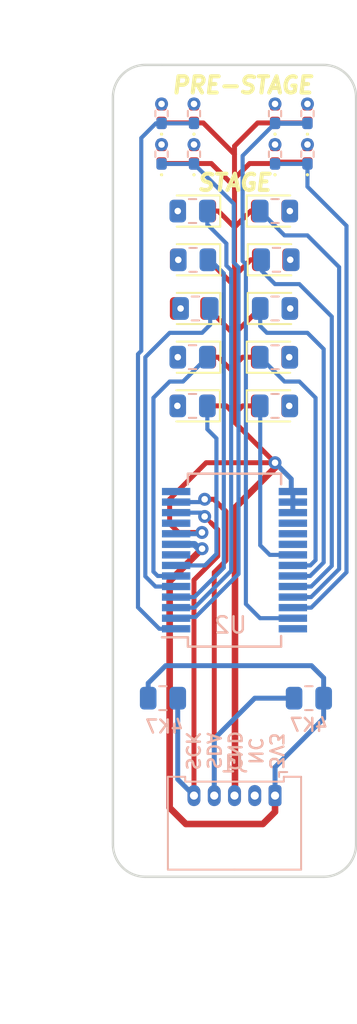
<source format=kicad_pcb>
(kicad_pcb (version 20171130) (host pcbnew "(5.1.10)-1")

  (general
    (thickness 1.6)
    (drawings 17)
    (tracks 228)
    (zones 0)
    (modules 40)
    (nets 45)
  )

  (page A4)
  (layers
    (0 F.Cu signal)
    (31 B.Cu signal)
    (32 B.Adhes user)
    (33 F.Adhes user)
    (34 B.Paste user)
    (35 F.Paste user)
    (36 B.SilkS user)
    (37 F.SilkS user)
    (38 B.Mask user)
    (39 F.Mask user)
    (40 Dwgs.User user)
    (41 Cmts.User user)
    (42 Eco1.User user)
    (43 Eco2.User user)
    (44 Edge.Cuts user)
    (45 Margin user)
    (46 B.CrtYd user)
    (47 F.CrtYd user)
    (48 B.Fab user)
    (49 F.Fab user)
  )

  (setup
    (last_trace_width 0.25)
    (user_trace_width 0.254)
    (user_trace_width 0.3048)
    (user_trace_width 0.4064)
    (trace_clearance 0.2)
    (zone_clearance 0.508)
    (zone_45_only no)
    (trace_min 0.2)
    (via_size 0.8)
    (via_drill 0.4)
    (via_min_size 0.4)
    (via_min_drill 0.3)
    (uvia_size 0.3)
    (uvia_drill 0.1)
    (uvias_allowed no)
    (uvia_min_size 0.2)
    (uvia_min_drill 0.1)
    (edge_width 0.15)
    (segment_width 0.2)
    (pcb_text_width 0.3)
    (pcb_text_size 1.5 1.5)
    (mod_edge_width 0.15)
    (mod_text_size 1 1)
    (mod_text_width 0.15)
    (pad_size 1.524 1.524)
    (pad_drill 0.762)
    (pad_to_mask_clearance 0)
    (aux_axis_origin 0 0)
    (visible_elements 7FFFFFFF)
    (pcbplotparams
      (layerselection 0x010f0_ffffffff)
      (usegerberextensions true)
      (usegerberattributes false)
      (usegerberadvancedattributes false)
      (creategerberjobfile false)
      (excludeedgelayer true)
      (linewidth 0.100000)
      (plotframeref false)
      (viasonmask false)
      (mode 1)
      (useauxorigin false)
      (hpglpennumber 1)
      (hpglpenspeed 20)
      (hpglpendiameter 15.000000)
      (psnegative false)
      (psa4output false)
      (plotreference true)
      (plotvalue true)
      (plotinvisibletext false)
      (padsonsilk false)
      (subtractmaskfromsilk false)
      (outputformat 1)
      (mirror false)
      (drillshape 0)
      (scaleselection 1)
      (outputdirectory "gerbers"))
  )

  (net 0 "")
  (net 1 /SCK)
  (net 2 GND)
  (net 3 +3V3)
  (net 4 /SDA)
  (net 5 /GP0)
  (net 6 /GP1)
  (net 7 /GP2)
  (net 8 /GP3)
  (net 9 /GP4)
  (net 10 /GP5)
  (net 11 /GP6)
  (net 12 /GP7)
  (net 13 "Net-(U2-Pad20)")
  (net 14 "Net-(U2-Pad19)")
  (net 15 "Net-(U2-Pad18)")
  (net 16 "Net-(U2-Pad14)")
  (net 17 "Net-(U2-Pad11)")
  (net 18 /GP8)
  (net 19 /GP9)
  (net 20 /GP10)
  (net 21 /GP11)
  (net 22 /GP12)
  (net 23 /GP13)
  (net 24 "Net-(D1-Pad2)")
  (net 25 "Net-(D2-Pad2)")
  (net 26 "Net-(D3-Pad2)")
  (net 27 "Net-(D4-Pad2)")
  (net 28 "Net-(D5-Pad2)")
  (net 29 "Net-(D6-Pad2)")
  (net 30 "Net-(D7-Pad2)")
  (net 31 "Net-(D8-Pad2)")
  (net 32 "Net-(D9-Pad2)")
  (net 33 "Net-(D10-Pad2)")
  (net 34 "Net-(D11-Pad2)")
  (net 35 "Net-(D12-Pad2)")
  (net 36 "Net-(D13-Pad2)")
  (net 37 "Net-(D14-Pad2)")
  (net 38 /GP14)
  (net 39 /GP15)
  (net 40 "Net-(D21-Pad2)")
  (net 41 "Net-(D22-Pad2)")
  (net 42 "Net-(D23-Pad2)")
  (net 43 "Net-(D24-Pad2)")
  (net 44 "Net-(J1-Pad2)")

  (net_class Default "This is the default net class."
    (clearance 0.2)
    (trace_width 0.25)
    (via_dia 0.8)
    (via_drill 0.4)
    (uvia_dia 0.3)
    (uvia_drill 0.1)
    (add_net +3V3)
    (add_net /GP0)
    (add_net /GP1)
    (add_net /GP10)
    (add_net /GP11)
    (add_net /GP12)
    (add_net /GP13)
    (add_net /GP14)
    (add_net /GP15)
    (add_net /GP2)
    (add_net /GP3)
    (add_net /GP4)
    (add_net /GP5)
    (add_net /GP6)
    (add_net /GP7)
    (add_net /GP8)
    (add_net /GP9)
    (add_net /SCK)
    (add_net /SDA)
    (add_net GND)
    (add_net "Net-(D1-Pad2)")
    (add_net "Net-(D10-Pad2)")
    (add_net "Net-(D11-Pad2)")
    (add_net "Net-(D12-Pad2)")
    (add_net "Net-(D13-Pad2)")
    (add_net "Net-(D14-Pad2)")
    (add_net "Net-(D2-Pad2)")
    (add_net "Net-(D21-Pad2)")
    (add_net "Net-(D22-Pad2)")
    (add_net "Net-(D23-Pad2)")
    (add_net "Net-(D24-Pad2)")
    (add_net "Net-(D3-Pad2)")
    (add_net "Net-(D4-Pad2)")
    (add_net "Net-(D5-Pad2)")
    (add_net "Net-(D6-Pad2)")
    (add_net "Net-(D7-Pad2)")
    (add_net "Net-(D8-Pad2)")
    (add_net "Net-(D9-Pad2)")
    (add_net "Net-(J1-Pad2)")
    (add_net "Net-(U2-Pad11)")
    (add_net "Net-(U2-Pad14)")
    (add_net "Net-(U2-Pad18)")
    (add_net "Net-(U2-Pad19)")
    (add_net "Net-(U2-Pad20)")
  )

  (module Connector_Molex:Molex_PicoBlade_53048-0510_1x05_P1.25mm_Horizontal (layer B.Cu) (tedit 5B783024) (tstamp 614D8F43)
    (at 206 92 180)
    (descr "Molex PicoBlade Connector System, 53048-0510, 5 Pins per row (http://www.molex.com/pdm_docs/sd/530480210_sd.pdf), generated with kicad-footprint-generator")
    (tags "connector Molex PicoBlade top entry")
    (path /616ED6A1)
    (fp_text reference J1 (at 2.5 1.95) (layer B.SilkS)
      (effects (font (size 1 1) (thickness 0.15)) (justify mirror))
    )
    (fp_text value I2C (at -3 2.5) (layer B.Fab) hide
      (effects (font (size 1 1) (thickness 0.15)) (justify mirror))
    )
    (fp_line (start 6.61 -4.56) (end 2.5 -4.56) (layer B.SilkS) (width 0.12))
    (fp_line (start 6.61 1.16) (end 6.61 -4.56) (layer B.SilkS) (width 0.12))
    (fp_line (start 5.54 1.16) (end 6.61 1.16) (layer B.SilkS) (width 0.12))
    (fp_line (start 5.54 0.86) (end 5.54 1.16) (layer B.SilkS) (width 0.12))
    (fp_line (start 2.5 0.86) (end 5.54 0.86) (layer B.SilkS) (width 0.12))
    (fp_line (start -1.61 -4.56) (end 2.5 -4.56) (layer B.SilkS) (width 0.12))
    (fp_line (start -1.61 1.16) (end -1.61 -4.56) (layer B.SilkS) (width 0.12))
    (fp_line (start -0.54 1.16) (end -1.61 1.16) (layer B.SilkS) (width 0.12))
    (fp_line (start -0.54 0.86) (end -0.54 1.16) (layer B.SilkS) (width 0.12))
    (fp_line (start 2.5 0.86) (end -0.54 0.86) (layer B.SilkS) (width 0.12))
    (fp_line (start 6.5 -4.45) (end 2.5 -4.45) (layer B.Fab) (width 0.1))
    (fp_line (start 6.5 1.05) (end 6.5 -4.45) (layer B.Fab) (width 0.1))
    (fp_line (start 5.65 1.05) (end 6.5 1.05) (layer B.Fab) (width 0.1))
    (fp_line (start 5.65 0.75) (end 5.65 1.05) (layer B.Fab) (width 0.1))
    (fp_line (start 2.5 0.75) (end 5.65 0.75) (layer B.Fab) (width 0.1))
    (fp_line (start -1.5 -4.45) (end 2.5 -4.45) (layer B.Fab) (width 0.1))
    (fp_line (start -1.5 1.05) (end -1.5 -4.45) (layer B.Fab) (width 0.1))
    (fp_line (start -0.65 1.05) (end -1.5 1.05) (layer B.Fab) (width 0.1))
    (fp_line (start -0.65 0.75) (end -0.65 1.05) (layer B.Fab) (width 0.1))
    (fp_line (start 2.5 0.75) (end -0.65 0.75) (layer B.Fab) (width 0.1))
    (fp_line (start 7 -4.95) (end 2.5 -4.95) (layer B.CrtYd) (width 0.05))
    (fp_line (start 7 1.55) (end 7 -4.95) (layer B.CrtYd) (width 0.05))
    (fp_line (start 5.15 1.55) (end 7 1.55) (layer B.CrtYd) (width 0.05))
    (fp_line (start 5.15 1.25) (end 5.15 1.55) (layer B.CrtYd) (width 0.05))
    (fp_line (start 2.5 1.25) (end 5.15 1.25) (layer B.CrtYd) (width 0.05))
    (fp_line (start -2 -4.95) (end 2.5 -4.95) (layer B.CrtYd) (width 0.05))
    (fp_line (start -2 1.55) (end -2 -4.95) (layer B.CrtYd) (width 0.05))
    (fp_line (start -0.15 1.55) (end -2 1.55) (layer B.CrtYd) (width 0.05))
    (fp_line (start -0.15 1.25) (end -0.15 1.55) (layer B.CrtYd) (width 0.05))
    (fp_line (start 2.5 1.25) (end -0.15 1.25) (layer B.CrtYd) (width 0.05))
    (fp_line (start 0 0.042893) (end 0.5 0.75) (layer B.Fab) (width 0.1))
    (fp_line (start -0.5 0.75) (end 0 0.042893) (layer B.Fab) (width 0.1))
    (fp_line (start -0.25 1.45) (end -0.75 1.45) (layer B.SilkS) (width 0.12))
    (fp_line (start -0.25 1.15) (end -0.25 1.45) (layer B.SilkS) (width 0.12))
    (fp_text user %R (at 2.5 -3.75) (layer B.Fab)
      (effects (font (size 1 1) (thickness 0.15)) (justify mirror))
    )
    (pad 5 thru_hole oval (at 5 0 180) (size 0.8 1.3) (drill 0.5) (layers *.Cu *.Mask)
      (net 1 /SCK))
    (pad 4 thru_hole oval (at 3.75 0 180) (size 0.8 1.3) (drill 0.5) (layers *.Cu *.Mask)
      (net 4 /SDA))
    (pad 3 thru_hole oval (at 2.5 0 180) (size 0.8 1.3) (drill 0.5) (layers *.Cu *.Mask)
      (net 2 GND))
    (pad 2 thru_hole oval (at 1.25 0 180) (size 0.8 1.3) (drill 0.5) (layers *.Cu *.Mask)
      (net 44 "Net-(J1-Pad2)"))
    (pad 1 thru_hole roundrect (at 0 0 180) (size 0.8 1.3) (drill 0.5) (layers *.Cu *.Mask) (roundrect_rratio 0.25)
      (net 3 +3V3))
    (model ${KISYS3DMOD}/Connector_Molex.3dshapes/Molex_PicoBlade_53048-0510_1x05_P1.25mm_Horizontal.wrl
      (at (xyz 0 0 0))
      (scale (xyz 1 1 1))
      (rotate (xyz 0 0 0))
    )
  )

  (module footprints:R_0805_2012Metric (layer B.Cu) (tedit 5F68FEEE) (tstamp 614D4BD5)
    (at 199.0875 86)
    (descr "Resistor SMD 0805 (2012 Metric), square (rectangular) end terminal, IPC_7351 nominal, (Body size source: IPC-SM-782 page 72, https://www.pcb-3d.com/wordpress/wp-content/uploads/ipc-sm-782a_amendment_1_and_2.pdf), generated with kicad-footprint-generator")
    (tags resistor)
    (path /616ADD44)
    (attr smd)
    (fp_text reference R16 (at 0 1.65 180) (layer B.SilkS) hide
      (effects (font (size 1 1) (thickness 0.15)) (justify mirror))
    )
    (fp_text value 4K7 (at 0.0875 1.75 180) (layer B.SilkS)
      (effects (font (size 0.8 0.8) (thickness 0.15)) (justify mirror))
    )
    (fp_line (start 1.68 -0.95) (end -1.68 -0.95) (layer B.CrtYd) (width 0.05))
    (fp_line (start 1.68 0.95) (end 1.68 -0.95) (layer B.CrtYd) (width 0.05))
    (fp_line (start -1.68 0.95) (end 1.68 0.95) (layer B.CrtYd) (width 0.05))
    (fp_line (start -1.68 -0.95) (end -1.68 0.95) (layer B.CrtYd) (width 0.05))
    (fp_line (start -0.227064 -0.735) (end 0.227064 -0.735) (layer B.SilkS) (width 0.12))
    (fp_line (start -0.227064 0.735) (end 0.227064 0.735) (layer B.SilkS) (width 0.12))
    (fp_line (start 1 -0.625) (end -1 -0.625) (layer B.Fab) (width 0.1))
    (fp_line (start 1 0.625) (end 1 -0.625) (layer B.Fab) (width 0.1))
    (fp_line (start -1 0.625) (end 1 0.625) (layer B.Fab) (width 0.1))
    (fp_line (start -1 -0.625) (end -1 0.625) (layer B.Fab) (width 0.1))
    (fp_text user %R (at 0 0 180) (layer B.Fab)
      (effects (font (size 0.5 0.5) (thickness 0.08)) (justify mirror))
    )
    (pad 2 smd roundrect (at 0.9125 0) (size 1.025 1.4) (layers B.Cu B.Paste B.Mask) (roundrect_rratio 0.2439014634146341)
      (net 1 /SCK))
    (pad 1 smd roundrect (at -0.9125 0) (size 1.025 1.4) (layers B.Cu B.Paste B.Mask) (roundrect_rratio 0.2439014634146341)
      (net 3 +3V3))
    (model ${KISYS3DMOD}/Resistor_SMD.3dshapes/R_0805_2012Metric.wrl
      (at (xyz 0 0 0))
      (scale (xyz 1 1 1))
      (rotate (xyz 0 0 0))
    )
  )

  (module footprints:R_0805_2012Metric (layer B.Cu) (tedit 5F68FEEE) (tstamp 614D4B23)
    (at 208.0875 86 180)
    (descr "Resistor SMD 0805 (2012 Metric), square (rectangular) end terminal, IPC_7351 nominal, (Body size source: IPC-SM-782 page 72, https://www.pcb-3d.com/wordpress/wp-content/uploads/ipc-sm-782a_amendment_1_and_2.pdf), generated with kicad-footprint-generator")
    (tags resistor)
    (path /616AC931)
    (attr smd)
    (fp_text reference R15 (at 0 1.65 180) (layer B.SilkS) hide
      (effects (font (size 1 1) (thickness 0.15)) (justify mirror))
    )
    (fp_text value 4K7 (at 0 -1.65 180) (layer B.SilkS)
      (effects (font (size 0.8 0.8) (thickness 0.15)) (justify mirror))
    )
    (fp_line (start 1.68 -0.95) (end -1.68 -0.95) (layer B.CrtYd) (width 0.05))
    (fp_line (start 1.68 0.95) (end 1.68 -0.95) (layer B.CrtYd) (width 0.05))
    (fp_line (start -1.68 0.95) (end 1.68 0.95) (layer B.CrtYd) (width 0.05))
    (fp_line (start -1.68 -0.95) (end -1.68 0.95) (layer B.CrtYd) (width 0.05))
    (fp_line (start -0.227064 -0.735) (end 0.227064 -0.735) (layer B.SilkS) (width 0.12))
    (fp_line (start -0.227064 0.735) (end 0.227064 0.735) (layer B.SilkS) (width 0.12))
    (fp_line (start 1 -0.625) (end -1 -0.625) (layer B.Fab) (width 0.1))
    (fp_line (start 1 0.625) (end 1 -0.625) (layer B.Fab) (width 0.1))
    (fp_line (start -1 0.625) (end 1 0.625) (layer B.Fab) (width 0.1))
    (fp_line (start -1 -0.625) (end -1 0.625) (layer B.Fab) (width 0.1))
    (fp_text user %R (at 0 0 180) (layer B.Fab)
      (effects (font (size 0.5 0.5) (thickness 0.08)) (justify mirror))
    )
    (pad 2 smd roundrect (at 0.9125 0 180) (size 1.025 1.4) (layers B.Cu B.Paste B.Mask) (roundrect_rratio 0.2439014634146341)
      (net 4 /SDA))
    (pad 1 smd roundrect (at -0.9125 0 180) (size 1.025 1.4) (layers B.Cu B.Paste B.Mask) (roundrect_rratio 0.2439014634146341)
      (net 3 +3V3))
    (model ${KISYS3DMOD}/Resistor_SMD.3dshapes/R_0805_2012Metric.wrl
      (at (xyz 0 0 0))
      (scale (xyz 1 1 1))
      (rotate (xyz 0 0 0))
    )
  )

  (module footprints:LED_0805_2012Metric (layer F.Cu) (tedit 614BB319) (tstamp 614C81B3)
    (at 205.9375 56)
    (descr "LED SMD 0805 (2012 Metric), square (rectangular) end terminal, IPC_7351 nominal, (Body size source: https://docs.google.com/spreadsheets/d/1BsfQQcO9C6DZCsRaXUlFlo91Tg2WpOkGARC1WS5S8t0/edit?usp=sharing), generated with kicad-footprint-generator")
    (tags LED)
    (path /6152CDD6)
    (attr smd)
    (fp_text reference D6 (at -3.175 0 180) (layer F.SilkS) hide
      (effects (font (size 1 1) (thickness 0.15)))
    )
    (fp_text value LED (at 0 1.65 180) (layer F.Fab)
      (effects (font (size 1 1) (thickness 0.15)))
    )
    (fp_line (start 1.68 0.95) (end -1.68 0.95) (layer F.CrtYd) (width 0.05))
    (fp_line (start 1.68 -0.95) (end 1.68 0.95) (layer F.CrtYd) (width 0.05))
    (fp_line (start -1.68 -0.95) (end 1.68 -0.95) (layer F.CrtYd) (width 0.05))
    (fp_line (start -1.68 0.95) (end -1.68 -0.95) (layer F.CrtYd) (width 0.05))
    (fp_line (start -1.685 0.96) (end 1 0.96) (layer F.SilkS) (width 0.12))
    (fp_line (start -1.685 -0.96) (end -1.685 0.96) (layer F.SilkS) (width 0.12))
    (fp_line (start 1 -0.96) (end -1.685 -0.96) (layer F.SilkS) (width 0.12))
    (fp_line (start 1 0.6) (end 1 -0.6) (layer F.Fab) (width 0.1))
    (fp_line (start -1 0.6) (end 1 0.6) (layer F.Fab) (width 0.1))
    (fp_line (start -1 -0.3) (end -1 0.6) (layer F.Fab) (width 0.1))
    (fp_line (start -0.7 -0.6) (end -1 -0.3) (layer F.Fab) (width 0.1))
    (fp_line (start 1 -0.6) (end -0.7 -0.6) (layer F.Fab) (width 0.1))
    (fp_text user %R (at 0 0 180) (layer F.Fab)
      (effects (font (size 0.5 0.5) (thickness 0.08)))
    )
    (pad 2 smd roundrect (at 0.9375 0) (size 0.975 1.4) (layers F.Cu F.Paste F.Mask) (roundrect_rratio 0.25)
      (net 29 "Net-(D6-Pad2)"))
    (pad 1 smd roundrect (at -0.9375 0) (size 0.975 1.4) (layers F.Cu F.Paste F.Mask) (roundrect_rratio 0.25)
      (net 2 GND))
    (model ${KISYS3DMOD}/LED_SMD.3dshapes/LED_0805_2012Metric.wrl
      (at (xyz 0 0 0))
      (scale (xyz 1 1 1))
      (rotate (xyz 0 0 0))
    )
  )

  (module footprints:LED_0805_2012Metric (layer F.Cu) (tedit 614BB319) (tstamp 614C8219)
    (at 200.9375 56 180)
    (descr "LED SMD 0805 (2012 Metric), square (rectangular) end terminal, IPC_7351 nominal, (Body size source: https://docs.google.com/spreadsheets/d/1BsfQQcO9C6DZCsRaXUlFlo91Tg2WpOkGARC1WS5S8t0/edit?usp=sharing), generated with kicad-footprint-generator")
    (tags LED)
    (path /6152BAFE)
    (attr smd)
    (fp_text reference D5 (at -2.54 0) (layer F.SilkS) hide
      (effects (font (size 0.8 0.8) (thickness 0.15)))
    )
    (fp_text value LED (at 0 1.65) (layer F.Fab)
      (effects (font (size 1 1) (thickness 0.15)))
    )
    (fp_line (start 1.68 0.95) (end -1.68 0.95) (layer F.CrtYd) (width 0.05))
    (fp_line (start 1.68 -0.95) (end 1.68 0.95) (layer F.CrtYd) (width 0.05))
    (fp_line (start -1.68 -0.95) (end 1.68 -0.95) (layer F.CrtYd) (width 0.05))
    (fp_line (start -1.68 0.95) (end -1.68 -0.95) (layer F.CrtYd) (width 0.05))
    (fp_line (start -1.685 0.96) (end 1 0.96) (layer F.SilkS) (width 0.12))
    (fp_line (start -1.685 -0.96) (end -1.685 0.96) (layer F.SilkS) (width 0.12))
    (fp_line (start 1 -0.96) (end -1.685 -0.96) (layer F.SilkS) (width 0.12))
    (fp_line (start 1 0.6) (end 1 -0.6) (layer F.Fab) (width 0.1))
    (fp_line (start -1 0.6) (end 1 0.6) (layer F.Fab) (width 0.1))
    (fp_line (start -1 -0.3) (end -1 0.6) (layer F.Fab) (width 0.1))
    (fp_line (start -0.7 -0.6) (end -1 -0.3) (layer F.Fab) (width 0.1))
    (fp_line (start 1 -0.6) (end -0.7 -0.6) (layer F.Fab) (width 0.1))
    (fp_text user %R (at 0 0) (layer F.Fab)
      (effects (font (size 0.5 0.5) (thickness 0.08)))
    )
    (pad 2 smd roundrect (at 0.9375 0 180) (size 0.975 1.4) (layers F.Cu F.Paste F.Mask) (roundrect_rratio 0.25)
      (net 28 "Net-(D5-Pad2)"))
    (pad 1 smd roundrect (at -0.9375 0 180) (size 0.975 1.4) (layers F.Cu F.Paste F.Mask) (roundrect_rratio 0.25)
      (net 2 GND))
    (model ${KISYS3DMOD}/LED_SMD.3dshapes/LED_0805_2012Metric.wrl
      (at (xyz 0 0 0))
      (scale (xyz 1 1 1))
      (rotate (xyz 0 0 0))
    )
  )

  (module footprints:LED_0805_2012Metric (layer F.Cu) (tedit 614BB319) (tstamp 614C82DF)
    (at 205.9375 68)
    (descr "LED SMD 0805 (2012 Metric), square (rectangular) end terminal, IPC_7351 nominal, (Body size source: https://docs.google.com/spreadsheets/d/1BsfQQcO9C6DZCsRaXUlFlo91Tg2WpOkGARC1WS5S8t0/edit?usp=sharing), generated with kicad-footprint-generator")
    (tags LED)
    (path /61557455)
    (attr smd)
    (fp_text reference D14 (at 0 -1.65 180) (layer F.SilkS) hide
      (effects (font (size 1 1) (thickness 0.15)))
    )
    (fp_text value LED (at 0 1.65 180) (layer F.Fab)
      (effects (font (size 1 1) (thickness 0.15)))
    )
    (fp_line (start 1.68 0.95) (end -1.68 0.95) (layer F.CrtYd) (width 0.05))
    (fp_line (start 1.68 -0.95) (end 1.68 0.95) (layer F.CrtYd) (width 0.05))
    (fp_line (start -1.68 -0.95) (end 1.68 -0.95) (layer F.CrtYd) (width 0.05))
    (fp_line (start -1.68 0.95) (end -1.68 -0.95) (layer F.CrtYd) (width 0.05))
    (fp_line (start -1.685 0.96) (end 1 0.96) (layer F.SilkS) (width 0.12))
    (fp_line (start -1.685 -0.96) (end -1.685 0.96) (layer F.SilkS) (width 0.12))
    (fp_line (start 1 -0.96) (end -1.685 -0.96) (layer F.SilkS) (width 0.12))
    (fp_line (start 1 0.6) (end 1 -0.6) (layer F.Fab) (width 0.1))
    (fp_line (start -1 0.6) (end 1 0.6) (layer F.Fab) (width 0.1))
    (fp_line (start -1 -0.3) (end -1 0.6) (layer F.Fab) (width 0.1))
    (fp_line (start -0.7 -0.6) (end -1 -0.3) (layer F.Fab) (width 0.1))
    (fp_line (start 1 -0.6) (end -0.7 -0.6) (layer F.Fab) (width 0.1))
    (fp_text user %R (at 0 0 180) (layer F.Fab)
      (effects (font (size 0.5 0.5) (thickness 0.08)))
    )
    (pad 2 smd roundrect (at 0.9375 0) (size 0.975 1.4) (layers F.Cu F.Paste F.Mask) (roundrect_rratio 0.25)
      (net 37 "Net-(D14-Pad2)"))
    (pad 1 smd roundrect (at -0.9375 0) (size 0.975 1.4) (layers F.Cu F.Paste F.Mask) (roundrect_rratio 0.25)
      (net 2 GND))
    (model ${KISYS3DMOD}/LED_SMD.3dshapes/LED_0805_2012Metric.wrl
      (at (xyz 0 0 0))
      (scale (xyz 1 1 1))
      (rotate (xyz 0 0 0))
    )
  )

  (module footprints:LED_0805_2012Metric (layer F.Cu) (tedit 614BB319) (tstamp 614C8315)
    (at 200.913139 67.997896 180)
    (descr "LED SMD 0805 (2012 Metric), square (rectangular) end terminal, IPC_7351 nominal, (Body size source: https://docs.google.com/spreadsheets/d/1BsfQQcO9C6DZCsRaXUlFlo91Tg2WpOkGARC1WS5S8t0/edit?usp=sharing), generated with kicad-footprint-generator")
    (tags LED)
    (path /6155518A)
    (attr smd)
    (fp_text reference D13 (at 0 -1.65 180) (layer F.SilkS) hide
      (effects (font (size 1 1) (thickness 0.15)))
    )
    (fp_text value LED (at 0 1.65 180) (layer F.Fab)
      (effects (font (size 1 1) (thickness 0.15)))
    )
    (fp_line (start 1.68 0.95) (end -1.68 0.95) (layer F.CrtYd) (width 0.05))
    (fp_line (start 1.68 -0.95) (end 1.68 0.95) (layer F.CrtYd) (width 0.05))
    (fp_line (start -1.68 -0.95) (end 1.68 -0.95) (layer F.CrtYd) (width 0.05))
    (fp_line (start -1.68 0.95) (end -1.68 -0.95) (layer F.CrtYd) (width 0.05))
    (fp_line (start -1.685 0.96) (end 1 0.96) (layer F.SilkS) (width 0.12))
    (fp_line (start -1.685 -0.96) (end -1.685 0.96) (layer F.SilkS) (width 0.12))
    (fp_line (start 1 -0.96) (end -1.685 -0.96) (layer F.SilkS) (width 0.12))
    (fp_line (start 1 0.6) (end 1 -0.6) (layer F.Fab) (width 0.1))
    (fp_line (start -1 0.6) (end 1 0.6) (layer F.Fab) (width 0.1))
    (fp_line (start -1 -0.3) (end -1 0.6) (layer F.Fab) (width 0.1))
    (fp_line (start -0.7 -0.6) (end -1 -0.3) (layer F.Fab) (width 0.1))
    (fp_line (start 1 -0.6) (end -0.7 -0.6) (layer F.Fab) (width 0.1))
    (fp_text user %R (at 0 0 180) (layer F.Fab)
      (effects (font (size 0.5 0.5) (thickness 0.08)))
    )
    (pad 2 smd roundrect (at 0.9375 0 180) (size 0.975 1.4) (layers F.Cu F.Paste F.Mask) (roundrect_rratio 0.25)
      (net 36 "Net-(D13-Pad2)"))
    (pad 1 smd roundrect (at -0.9375 0 180) (size 0.975 1.4) (layers F.Cu F.Paste F.Mask) (roundrect_rratio 0.25)
      (net 2 GND))
    (model ${KISYS3DMOD}/LED_SMD.3dshapes/LED_0805_2012Metric.wrl
      (at (xyz 0 0 0))
      (scale (xyz 1 1 1))
      (rotate (xyz 0 0 0))
    )
  )

  (module footprints:LED_0805_2012Metric (layer F.Cu) (tedit 614BB319) (tstamp 614C834B)
    (at 205.9375 65)
    (descr "LED SMD 0805 (2012 Metric), square (rectangular) end terminal, IPC_7351 nominal, (Body size source: https://docs.google.com/spreadsheets/d/1BsfQQcO9C6DZCsRaXUlFlo91Tg2WpOkGARC1WS5S8t0/edit?usp=sharing), generated with kicad-footprint-generator")
    (tags LED)
    (path /61553793)
    (attr smd)
    (fp_text reference D12 (at 0 -1.65 180) (layer F.SilkS) hide
      (effects (font (size 1 1) (thickness 0.15)))
    )
    (fp_text value LED (at 0 1.65 180) (layer F.Fab)
      (effects (font (size 1 1) (thickness 0.15)))
    )
    (fp_line (start 1.68 0.95) (end -1.68 0.95) (layer F.CrtYd) (width 0.05))
    (fp_line (start 1.68 -0.95) (end 1.68 0.95) (layer F.CrtYd) (width 0.05))
    (fp_line (start -1.68 -0.95) (end 1.68 -0.95) (layer F.CrtYd) (width 0.05))
    (fp_line (start -1.68 0.95) (end -1.68 -0.95) (layer F.CrtYd) (width 0.05))
    (fp_line (start -1.685 0.96) (end 1 0.96) (layer F.SilkS) (width 0.12))
    (fp_line (start -1.685 -0.96) (end -1.685 0.96) (layer F.SilkS) (width 0.12))
    (fp_line (start 1 -0.96) (end -1.685 -0.96) (layer F.SilkS) (width 0.12))
    (fp_line (start 1 0.6) (end 1 -0.6) (layer F.Fab) (width 0.1))
    (fp_line (start -1 0.6) (end 1 0.6) (layer F.Fab) (width 0.1))
    (fp_line (start -1 -0.3) (end -1 0.6) (layer F.Fab) (width 0.1))
    (fp_line (start -0.7 -0.6) (end -1 -0.3) (layer F.Fab) (width 0.1))
    (fp_line (start 1 -0.6) (end -0.7 -0.6) (layer F.Fab) (width 0.1))
    (fp_text user %R (at 0 0 180) (layer F.Fab)
      (effects (font (size 0.5 0.5) (thickness 0.08)))
    )
    (pad 2 smd roundrect (at 0.9375 0) (size 0.975 1.4) (layers F.Cu F.Paste F.Mask) (roundrect_rratio 0.25)
      (net 35 "Net-(D12-Pad2)"))
    (pad 1 smd roundrect (at -0.9375 0) (size 0.975 1.4) (layers F.Cu F.Paste F.Mask) (roundrect_rratio 0.25)
      (net 2 GND))
    (model ${KISYS3DMOD}/LED_SMD.3dshapes/LED_0805_2012Metric.wrl
      (at (xyz 0 0 0))
      (scale (xyz 1 1 1))
      (rotate (xyz 0 0 0))
    )
  )

  (module footprints:LED_0805_2012Metric (layer F.Cu) (tedit 614BB319) (tstamp 614C847D)
    (at 200.9375 65 180)
    (descr "LED SMD 0805 (2012 Metric), square (rectangular) end terminal, IPC_7351 nominal, (Body size source: https://docs.google.com/spreadsheets/d/1BsfQQcO9C6DZCsRaXUlFlo91Tg2WpOkGARC1WS5S8t0/edit?usp=sharing), generated with kicad-footprint-generator")
    (tags LED)
    (path /61546494)
    (attr smd)
    (fp_text reference D11 (at 0 -1.65 180) (layer F.SilkS) hide
      (effects (font (size 1 1) (thickness 0.15)))
    )
    (fp_text value LED (at 0 1.65 180) (layer F.Fab)
      (effects (font (size 1 1) (thickness 0.15)))
    )
    (fp_line (start 1.68 0.95) (end -1.68 0.95) (layer F.CrtYd) (width 0.05))
    (fp_line (start 1.68 -0.95) (end 1.68 0.95) (layer F.CrtYd) (width 0.05))
    (fp_line (start -1.68 -0.95) (end 1.68 -0.95) (layer F.CrtYd) (width 0.05))
    (fp_line (start -1.68 0.95) (end -1.68 -0.95) (layer F.CrtYd) (width 0.05))
    (fp_line (start -1.685 0.96) (end 1 0.96) (layer F.SilkS) (width 0.12))
    (fp_line (start -1.685 -0.96) (end -1.685 0.96) (layer F.SilkS) (width 0.12))
    (fp_line (start 1 -0.96) (end -1.685 -0.96) (layer F.SilkS) (width 0.12))
    (fp_line (start 1 0.6) (end 1 -0.6) (layer F.Fab) (width 0.1))
    (fp_line (start -1 0.6) (end 1 0.6) (layer F.Fab) (width 0.1))
    (fp_line (start -1 -0.3) (end -1 0.6) (layer F.Fab) (width 0.1))
    (fp_line (start -0.7 -0.6) (end -1 -0.3) (layer F.Fab) (width 0.1))
    (fp_line (start 1 -0.6) (end -0.7 -0.6) (layer F.Fab) (width 0.1))
    (fp_text user %R (at 0 0 180) (layer F.Fab)
      (effects (font (size 0.5 0.5) (thickness 0.08)))
    )
    (pad 2 smd roundrect (at 0.9375 0 180) (size 0.975 1.4) (layers F.Cu F.Paste F.Mask) (roundrect_rratio 0.25)
      (net 34 "Net-(D11-Pad2)"))
    (pad 1 smd roundrect (at -0.9375 0 180) (size 0.975 1.4) (layers F.Cu F.Paste F.Mask) (roundrect_rratio 0.25)
      (net 2 GND))
    (model ${KISYS3DMOD}/LED_SMD.3dshapes/LED_0805_2012Metric.wrl
      (at (xyz 0 0 0))
      (scale (xyz 1 1 1))
      (rotate (xyz 0 0 0))
    )
  )

  (module footprints:LED_0805_2012Metric (layer F.Cu) (tedit 614BB319) (tstamp 614C83E1)
    (at 206 62)
    (descr "LED SMD 0805 (2012 Metric), square (rectangular) end terminal, IPC_7351 nominal, (Body size source: https://docs.google.com/spreadsheets/d/1BsfQQcO9C6DZCsRaXUlFlo91Tg2WpOkGARC1WS5S8t0/edit?usp=sharing), generated with kicad-footprint-generator")
    (tags LED)
    (path /6154647E)
    (attr smd)
    (fp_text reference D10 (at 0 -1.65 180) (layer F.SilkS) hide
      (effects (font (size 1 1) (thickness 0.15)))
    )
    (fp_text value LED (at 0 1.65 180) (layer F.Fab)
      (effects (font (size 1 1) (thickness 0.15)))
    )
    (fp_line (start 1.68 0.95) (end -1.68 0.95) (layer F.CrtYd) (width 0.05))
    (fp_line (start 1.68 -0.95) (end 1.68 0.95) (layer F.CrtYd) (width 0.05))
    (fp_line (start -1.68 -0.95) (end 1.68 -0.95) (layer F.CrtYd) (width 0.05))
    (fp_line (start -1.68 0.95) (end -1.68 -0.95) (layer F.CrtYd) (width 0.05))
    (fp_line (start -1.685 0.96) (end 1 0.96) (layer F.SilkS) (width 0.12))
    (fp_line (start -1.685 -0.96) (end -1.685 0.96) (layer F.SilkS) (width 0.12))
    (fp_line (start 1 -0.96) (end -1.685 -0.96) (layer F.SilkS) (width 0.12))
    (fp_line (start 1 0.6) (end 1 -0.6) (layer F.Fab) (width 0.1))
    (fp_line (start -1 0.6) (end 1 0.6) (layer F.Fab) (width 0.1))
    (fp_line (start -1 -0.3) (end -1 0.6) (layer F.Fab) (width 0.1))
    (fp_line (start -0.7 -0.6) (end -1 -0.3) (layer F.Fab) (width 0.1))
    (fp_line (start 1 -0.6) (end -0.7 -0.6) (layer F.Fab) (width 0.1))
    (fp_text user %R (at 0 0 180) (layer F.Fab)
      (effects (font (size 0.5 0.5) (thickness 0.08)))
    )
    (pad 2 smd roundrect (at 0.9375 0) (size 0.975 1.4) (layers F.Cu F.Paste F.Mask) (roundrect_rratio 0.25)
      (net 33 "Net-(D10-Pad2)"))
    (pad 1 smd roundrect (at -0.9375 0) (size 0.975 1.4) (layers F.Cu F.Paste F.Mask) (roundrect_rratio 0.25)
      (net 2 GND))
    (model ${KISYS3DMOD}/LED_SMD.3dshapes/LED_0805_2012Metric.wrl
      (at (xyz 0 0 0))
      (scale (xyz 1 1 1))
      (rotate (xyz 0 0 0))
    )
  )

  (module footprints:LED_0805_2012Metric (layer F.Cu) (tedit 614BB319) (tstamp 614C8417)
    (at 200.9375 62 180)
    (descr "LED SMD 0805 (2012 Metric), square (rectangular) end terminal, IPC_7351 nominal, (Body size source: https://docs.google.com/spreadsheets/d/1BsfQQcO9C6DZCsRaXUlFlo91Tg2WpOkGARC1WS5S8t0/edit?usp=sharing), generated with kicad-footprint-generator")
    (tags LED)
    (path /61546468)
    (attr smd)
    (fp_text reference D9 (at 0 -1.65 180) (layer F.SilkS) hide
      (effects (font (size 1 1) (thickness 0.15)))
    )
    (fp_text value LED (at 0 1.65 180) (layer F.Fab)
      (effects (font (size 1 1) (thickness 0.15)))
    )
    (fp_line (start 1.68 0.95) (end -1.68 0.95) (layer F.CrtYd) (width 0.05))
    (fp_line (start 1.68 -0.95) (end 1.68 0.95) (layer F.CrtYd) (width 0.05))
    (fp_line (start -1.68 -0.95) (end 1.68 -0.95) (layer F.CrtYd) (width 0.05))
    (fp_line (start -1.68 0.95) (end -1.68 -0.95) (layer F.CrtYd) (width 0.05))
    (fp_line (start -1.685 0.96) (end 1 0.96) (layer F.SilkS) (width 0.12))
    (fp_line (start -1.685 -0.96) (end -1.685 0.96) (layer F.SilkS) (width 0.12))
    (fp_line (start 1 -0.96) (end -1.685 -0.96) (layer F.SilkS) (width 0.12))
    (fp_line (start 1 0.6) (end 1 -0.6) (layer F.Fab) (width 0.1))
    (fp_line (start -1 0.6) (end 1 0.6) (layer F.Fab) (width 0.1))
    (fp_line (start -1 -0.3) (end -1 0.6) (layer F.Fab) (width 0.1))
    (fp_line (start -0.7 -0.6) (end -1 -0.3) (layer F.Fab) (width 0.1))
    (fp_line (start 1 -0.6) (end -0.7 -0.6) (layer F.Fab) (width 0.1))
    (fp_text user %R (at 0 0 180) (layer F.Fab)
      (effects (font (size 0.5 0.5) (thickness 0.08)))
    )
    (pad 2 smd roundrect (at 0.9375 0 180) (size 0.975 1.4) (layers F.Cu F.Paste F.Mask) (roundrect_rratio 0.25)
      (net 32 "Net-(D9-Pad2)"))
    (pad 1 smd roundrect (at -0.9375 0 180) (size 0.975 1.4) (layers F.Cu F.Paste F.Mask) (roundrect_rratio 0.25)
      (net 2 GND))
    (model ${KISYS3DMOD}/LED_SMD.3dshapes/LED_0805_2012Metric.wrl
      (at (xyz 0 0 0))
      (scale (xyz 1 1 1))
      (rotate (xyz 0 0 0))
    )
  )

  (module footprints:LED_0805_2012Metric (layer F.Cu) (tedit 614BB319) (tstamp 614C80E7)
    (at 206 59)
    (descr "LED SMD 0805 (2012 Metric), square (rectangular) end terminal, IPC_7351 nominal, (Body size source: https://docs.google.com/spreadsheets/d/1BsfQQcO9C6DZCsRaXUlFlo91Tg2WpOkGARC1WS5S8t0/edit?usp=sharing), generated with kicad-footprint-generator")
    (tags LED)
    (path /6152FED0)
    (attr smd)
    (fp_text reference D8 (at 0 -1.65 180) (layer F.SilkS) hide
      (effects (font (size 1 1) (thickness 0.15)))
    )
    (fp_text value LED (at 0 1.65 180) (layer F.Fab)
      (effects (font (size 1 1) (thickness 0.15)))
    )
    (fp_line (start 1.68 0.95) (end -1.68 0.95) (layer F.CrtYd) (width 0.05))
    (fp_line (start 1.68 -0.95) (end 1.68 0.95) (layer F.CrtYd) (width 0.05))
    (fp_line (start -1.68 -0.95) (end 1.68 -0.95) (layer F.CrtYd) (width 0.05))
    (fp_line (start -1.68 0.95) (end -1.68 -0.95) (layer F.CrtYd) (width 0.05))
    (fp_line (start -1.685 0.96) (end 1 0.96) (layer F.SilkS) (width 0.12))
    (fp_line (start -1.685 -0.96) (end -1.685 0.96) (layer F.SilkS) (width 0.12))
    (fp_line (start 1 -0.96) (end -1.685 -0.96) (layer F.SilkS) (width 0.12))
    (fp_line (start 1 0.6) (end 1 -0.6) (layer F.Fab) (width 0.1))
    (fp_line (start -1 0.6) (end 1 0.6) (layer F.Fab) (width 0.1))
    (fp_line (start -1 -0.3) (end -1 0.6) (layer F.Fab) (width 0.1))
    (fp_line (start -0.7 -0.6) (end -1 -0.3) (layer F.Fab) (width 0.1))
    (fp_line (start 1 -0.6) (end -0.7 -0.6) (layer F.Fab) (width 0.1))
    (fp_text user %R (at 0 0 180) (layer F.Fab)
      (effects (font (size 0.5 0.5) (thickness 0.08)))
    )
    (pad 2 smd roundrect (at 0.9375 0) (size 0.975 1.4) (layers F.Cu F.Paste F.Mask) (roundrect_rratio 0.25)
      (net 31 "Net-(D8-Pad2)"))
    (pad 1 smd roundrect (at -0.9375 0) (size 0.975 1.4) (layers F.Cu F.Paste F.Mask) (roundrect_rratio 0.25)
      (net 2 GND))
    (model ${KISYS3DMOD}/LED_SMD.3dshapes/LED_0805_2012Metric.wrl
      (at (xyz 0 0 0))
      (scale (xyz 1 1 1))
      (rotate (xyz 0 0 0))
    )
  )

  (module footprints:LED_0805_2012Metric (layer F.Cu) (tedit 614BB319) (tstamp 614C814D)
    (at 200.9375 59 180)
    (descr "LED SMD 0805 (2012 Metric), square (rectangular) end terminal, IPC_7351 nominal, (Body size source: https://docs.google.com/spreadsheets/d/1BsfQQcO9C6DZCsRaXUlFlo91Tg2WpOkGARC1WS5S8t0/edit?usp=sharing), generated with kicad-footprint-generator")
    (tags LED)
    (path /6152E67E)
    (attr smd)
    (fp_text reference D7 (at 0 -1.65 180) (layer F.SilkS) hide
      (effects (font (size 1 1) (thickness 0.15)))
    )
    (fp_text value LED (at 0 1.65 180) (layer F.Fab) hide
      (effects (font (size 1 1) (thickness 0.15)))
    )
    (fp_line (start 1.68 0.95) (end -1.68 0.95) (layer F.CrtYd) (width 0.05))
    (fp_line (start 1.68 -0.95) (end 1.68 0.95) (layer F.CrtYd) (width 0.05))
    (fp_line (start -1.68 -0.95) (end 1.68 -0.95) (layer F.CrtYd) (width 0.05))
    (fp_line (start -1.68 0.95) (end -1.68 -0.95) (layer F.CrtYd) (width 0.05))
    (fp_line (start -1.685 0.96) (end 1 0.96) (layer F.SilkS) (width 0.12))
    (fp_line (start -1.685 -0.96) (end -1.685 0.96) (layer F.SilkS) (width 0.12))
    (fp_line (start 1 -0.96) (end -1.685 -0.96) (layer F.SilkS) (width 0.12))
    (fp_line (start 1 0.6) (end 1 -0.6) (layer F.Fab) (width 0.1))
    (fp_line (start -1 0.6) (end 1 0.6) (layer F.Fab) (width 0.1))
    (fp_line (start -1 -0.3) (end -1 0.6) (layer F.Fab) (width 0.1))
    (fp_line (start -0.7 -0.6) (end -1 -0.3) (layer F.Fab) (width 0.1))
    (fp_line (start 1 -0.6) (end -0.7 -0.6) (layer F.Fab) (width 0.1))
    (fp_text user %R (at 0 0 180) (layer F.Fab)
      (effects (font (size 0.5 0.5) (thickness 0.08)))
    )
    (pad 2 smd roundrect (at 0.9375 0 180) (size 0.975 1.4) (layers F.Cu F.Paste F.Mask) (roundrect_rratio 0.25)
      (net 30 "Net-(D7-Pad2)"))
    (pad 1 smd roundrect (at -0.9375 0 180) (size 0.975 1.4) (layers F.Cu F.Paste F.Mask) (roundrect_rratio 0.25)
      (net 2 GND))
    (model ${KISYS3DMOD}/LED_SMD.3dshapes/LED_0805_2012Metric.wrl
      (at (xyz 0 0 0))
      (scale (xyz 1 1 1))
      (rotate (xyz 0 0 0))
    )
  )

  (module footprints:LED_0402_1005Metric_Pad0.77x0.64mm_HandSolder (layer F.Cu) (tedit 5F6BBF83) (tstamp 614BF00C)
    (at 199 50 90)
    (descr "LED SMD 0402 (1005 Metric), square (rectangular) end terminal, IPC_7351 nominal, (Body size source: http://www.tortai-tech.com/upload/download/2011102023233369053.pdf), generated with kicad-footprint-generator")
    (tags "LED handsolder")
    (path /614B7561)
    (attr smd)
    (fp_text reference D1 (at -2.54 0 90) (layer F.SilkS) hide
      (effects (font (size 0.8 0.8) (thickness 0.15)))
    )
    (fp_text value LED (at 0 1.17 90) (layer F.Fab)
      (effects (font (size 1 1) (thickness 0.15)))
    )
    (fp_circle (center -1.265 0) (end -1.215 0) (layer F.SilkS) (width 0.1))
    (fp_line (start -0.5 0.25) (end -0.5 -0.25) (layer F.Fab) (width 0.1))
    (fp_line (start -0.5 -0.25) (end 0.5 -0.25) (layer F.Fab) (width 0.1))
    (fp_line (start 0.5 -0.25) (end 0.5 0.25) (layer F.Fab) (width 0.1))
    (fp_line (start 0.5 0.25) (end -0.5 0.25) (layer F.Fab) (width 0.1))
    (fp_line (start -0.4 0.25) (end -0.4 -0.25) (layer F.Fab) (width 0.1))
    (fp_line (start -0.3 0.25) (end -0.3 -0.25) (layer F.Fab) (width 0.1))
    (fp_line (start -1.1 0.47) (end -1.1 -0.47) (layer F.CrtYd) (width 0.05))
    (fp_line (start -1.1 -0.47) (end 1.1 -0.47) (layer F.CrtYd) (width 0.05))
    (fp_line (start 1.1 -0.47) (end 1.1 0.47) (layer F.CrtYd) (width 0.05))
    (fp_line (start 1.1 0.47) (end -1.1 0.47) (layer F.CrtYd) (width 0.05))
    (fp_text user %R (at 0 0 90) (layer F.Fab)
      (effects (font (size 0.25 0.25) (thickness 0.04)))
    )
    (pad 2 smd roundrect (at 0.5725 0 90) (size 0.765 0.64) (layers F.Cu F.Paste F.Mask) (roundrect_rratio 0.25)
      (net 24 "Net-(D1-Pad2)"))
    (pad 1 smd roundrect (at -0.5725 0 90) (size 0.765 0.64) (layers F.Cu F.Paste F.Mask) (roundrect_rratio 0.25)
      (net 2 GND))
    (model ${KISYS3DMOD}/LED_SMD.3dshapes/LED_0402_1005Metric.wrl
      (at (xyz 0 0 0))
      (scale (xyz 1 1 1))
      (rotate (xyz 0 0 0))
    )
  )

  (module footprints:LED_0402_1005Metric_Pad0.77x0.64mm_HandSolder (layer F.Cu) (tedit 5F6BBF83) (tstamp 614C172A)
    (at 208 52.5 90)
    (descr "LED SMD 0402 (1005 Metric), square (rectangular) end terminal, IPC_7351 nominal, (Body size source: http://www.tortai-tech.com/upload/download/2011102023233369053.pdf), generated with kicad-footprint-generator")
    (tags "LED handsolder")
    (path /61606DD6)
    (attr smd)
    (fp_text reference D24 (at 0 -4.5) (layer F.SilkS) hide
      (effects (font (size 1 1) (thickness 0.15)))
    )
    (fp_text value LED (at 0 1.17 90) (layer F.Fab)
      (effects (font (size 1 1) (thickness 0.15)))
    )
    (fp_circle (center -1.265 0) (end -1.215 0) (layer F.SilkS) (width 0.1))
    (fp_line (start -0.5 0.25) (end -0.5 -0.25) (layer F.Fab) (width 0.1))
    (fp_line (start -0.5 -0.25) (end 0.5 -0.25) (layer F.Fab) (width 0.1))
    (fp_line (start 0.5 -0.25) (end 0.5 0.25) (layer F.Fab) (width 0.1))
    (fp_line (start 0.5 0.25) (end -0.5 0.25) (layer F.Fab) (width 0.1))
    (fp_line (start -0.4 0.25) (end -0.4 -0.25) (layer F.Fab) (width 0.1))
    (fp_line (start -0.3 0.25) (end -0.3 -0.25) (layer F.Fab) (width 0.1))
    (fp_line (start -1.1 0.47) (end -1.1 -0.47) (layer F.CrtYd) (width 0.05))
    (fp_line (start -1.1 -0.47) (end 1.1 -0.47) (layer F.CrtYd) (width 0.05))
    (fp_line (start 1.1 -0.47) (end 1.1 0.47) (layer F.CrtYd) (width 0.05))
    (fp_line (start 1.1 0.47) (end -1.1 0.47) (layer F.CrtYd) (width 0.05))
    (fp_text user %R (at 0 0 90) (layer F.Fab)
      (effects (font (size 0.25 0.25) (thickness 0.04)))
    )
    (pad 2 smd roundrect (at 0.5725 0 90) (size 0.765 0.64) (layers F.Cu F.Paste F.Mask) (roundrect_rratio 0.25)
      (net 43 "Net-(D24-Pad2)"))
    (pad 1 smd roundrect (at -0.5725 0 90) (size 0.765 0.64) (layers F.Cu F.Paste F.Mask) (roundrect_rratio 0.25)
      (net 2 GND))
    (model ${KISYS3DMOD}/LED_SMD.3dshapes/LED_0402_1005Metric.wrl
      (at (xyz 0 0 0))
      (scale (xyz 1 1 1))
      (rotate (xyz 0 0 0))
    )
  )

  (module footprints:LED_0402_1005Metric_Pad0.77x0.64mm_HandSolder (layer F.Cu) (tedit 5F6BBF83) (tstamp 614C3AF2)
    (at 201 52.5 90)
    (descr "LED SMD 0402 (1005 Metric), square (rectangular) end terminal, IPC_7351 nominal, (Body size source: http://www.tortai-tech.com/upload/download/2011102023233369053.pdf), generated with kicad-footprint-generator")
    (tags "LED handsolder")
    (path /61606DAE)
    (attr smd)
    (fp_text reference D23 (at 0 -4.5) (layer F.SilkS) hide
      (effects (font (size 1 1) (thickness 0.15)))
    )
    (fp_text value LED (at 0 1.17 90) (layer F.Fab)
      (effects (font (size 1 1) (thickness 0.15)))
    )
    (fp_circle (center -1.265 0) (end -1.215 0) (layer F.SilkS) (width 0.1))
    (fp_line (start -0.5 0.25) (end -0.5 -0.25) (layer F.Fab) (width 0.1))
    (fp_line (start -0.5 -0.25) (end 0.5 -0.25) (layer F.Fab) (width 0.1))
    (fp_line (start 0.5 -0.25) (end 0.5 0.25) (layer F.Fab) (width 0.1))
    (fp_line (start 0.5 0.25) (end -0.5 0.25) (layer F.Fab) (width 0.1))
    (fp_line (start -0.4 0.25) (end -0.4 -0.25) (layer F.Fab) (width 0.1))
    (fp_line (start -0.3 0.25) (end -0.3 -0.25) (layer F.Fab) (width 0.1))
    (fp_line (start -1.1 0.47) (end -1.1 -0.47) (layer F.CrtYd) (width 0.05))
    (fp_line (start -1.1 -0.47) (end 1.1 -0.47) (layer F.CrtYd) (width 0.05))
    (fp_line (start 1.1 -0.47) (end 1.1 0.47) (layer F.CrtYd) (width 0.05))
    (fp_line (start 1.1 0.47) (end -1.1 0.47) (layer F.CrtYd) (width 0.05))
    (fp_text user %R (at 0 0 90) (layer F.Fab)
      (effects (font (size 0.25 0.25) (thickness 0.04)))
    )
    (pad 2 smd roundrect (at 0.5725 0 90) (size 0.765 0.64) (layers F.Cu F.Paste F.Mask) (roundrect_rratio 0.25)
      (net 42 "Net-(D23-Pad2)"))
    (pad 1 smd roundrect (at -0.5725 0 90) (size 0.765 0.64) (layers F.Cu F.Paste F.Mask) (roundrect_rratio 0.25)
      (net 2 GND))
    (model ${KISYS3DMOD}/LED_SMD.3dshapes/LED_0402_1005Metric.wrl
      (at (xyz 0 0 0))
      (scale (xyz 1 1 1))
      (rotate (xyz 0 0 0))
    )
  )

  (module footprints:LED_0402_1005Metric_Pad0.77x0.64mm_HandSolder (layer F.Cu) (tedit 5F6BBF83) (tstamp 614BFAF7)
    (at 206 50 90)
    (descr "LED SMD 0402 (1005 Metric), square (rectangular) end terminal, IPC_7351 nominal, (Body size source: http://www.tortai-tech.com/upload/download/2011102023233369053.pdf), generated with kicad-footprint-generator")
    (tags "LED handsolder")
    (path /615E949C)
    (attr smd)
    (fp_text reference D22 (at 0 -4.5) (layer F.SilkS) hide
      (effects (font (size 1 1) (thickness 0.15)))
    )
    (fp_text value LED (at 0 1.17 90) (layer F.Fab)
      (effects (font (size 1 1) (thickness 0.15)))
    )
    (fp_circle (center -1.265 0) (end -1.215 0) (layer F.SilkS) (width 0.1))
    (fp_line (start -0.5 0.25) (end -0.5 -0.25) (layer F.Fab) (width 0.1))
    (fp_line (start -0.5 -0.25) (end 0.5 -0.25) (layer F.Fab) (width 0.1))
    (fp_line (start 0.5 -0.25) (end 0.5 0.25) (layer F.Fab) (width 0.1))
    (fp_line (start 0.5 0.25) (end -0.5 0.25) (layer F.Fab) (width 0.1))
    (fp_line (start -0.4 0.25) (end -0.4 -0.25) (layer F.Fab) (width 0.1))
    (fp_line (start -0.3 0.25) (end -0.3 -0.25) (layer F.Fab) (width 0.1))
    (fp_line (start -1.1 0.47) (end -1.1 -0.47) (layer F.CrtYd) (width 0.05))
    (fp_line (start -1.1 -0.47) (end 1.1 -0.47) (layer F.CrtYd) (width 0.05))
    (fp_line (start 1.1 -0.47) (end 1.1 0.47) (layer F.CrtYd) (width 0.05))
    (fp_line (start 1.1 0.47) (end -1.1 0.47) (layer F.CrtYd) (width 0.05))
    (fp_text user %R (at 0 0 90) (layer F.Fab)
      (effects (font (size 0.25 0.25) (thickness 0.04)))
    )
    (pad 2 smd roundrect (at 0.5725 0 90) (size 0.765 0.64) (layers F.Cu F.Paste F.Mask) (roundrect_rratio 0.25)
      (net 41 "Net-(D22-Pad2)"))
    (pad 1 smd roundrect (at -0.5725 0 90) (size 0.765 0.64) (layers F.Cu F.Paste F.Mask) (roundrect_rratio 0.25)
      (net 2 GND))
    (model ${KISYS3DMOD}/LED_SMD.3dshapes/LED_0402_1005Metric.wrl
      (at (xyz 0 0 0))
      (scale (xyz 1 1 1))
      (rotate (xyz 0 0 0))
    )
  )

  (module footprints:LED_0402_1005Metric_Pad0.77x0.64mm_HandSolder (layer F.Cu) (tedit 5F6BBF83) (tstamp 614BFAE5)
    (at 201 50 90)
    (descr "LED SMD 0402 (1005 Metric), square (rectangular) end terminal, IPC_7351 nominal, (Body size source: http://www.tortai-tech.com/upload/download/2011102023233369053.pdf), generated with kicad-footprint-generator")
    (tags "LED handsolder")
    (path /615E24BE)
    (attr smd)
    (fp_text reference D21 (at 0 -4.5) (layer F.SilkS) hide
      (effects (font (size 1 1) (thickness 0.15)))
    )
    (fp_text value LED (at 0 1.17 90) (layer F.Fab)
      (effects (font (size 1 1) (thickness 0.15)))
    )
    (fp_circle (center -1.265 0) (end -1.215 0) (layer F.SilkS) (width 0.1))
    (fp_line (start -0.5 0.25) (end -0.5 -0.25) (layer F.Fab) (width 0.1))
    (fp_line (start -0.5 -0.25) (end 0.5 -0.25) (layer F.Fab) (width 0.1))
    (fp_line (start 0.5 -0.25) (end 0.5 0.25) (layer F.Fab) (width 0.1))
    (fp_line (start 0.5 0.25) (end -0.5 0.25) (layer F.Fab) (width 0.1))
    (fp_line (start -0.4 0.25) (end -0.4 -0.25) (layer F.Fab) (width 0.1))
    (fp_line (start -0.3 0.25) (end -0.3 -0.25) (layer F.Fab) (width 0.1))
    (fp_line (start -1.1 0.47) (end -1.1 -0.47) (layer F.CrtYd) (width 0.05))
    (fp_line (start -1.1 -0.47) (end 1.1 -0.47) (layer F.CrtYd) (width 0.05))
    (fp_line (start 1.1 -0.47) (end 1.1 0.47) (layer F.CrtYd) (width 0.05))
    (fp_line (start 1.1 0.47) (end -1.1 0.47) (layer F.CrtYd) (width 0.05))
    (fp_text user %R (at 0 0 90) (layer F.Fab)
      (effects (font (size 0.25 0.25) (thickness 0.04)))
    )
    (pad 2 smd roundrect (at 0.5725 0 90) (size 0.765 0.64) (layers F.Cu F.Paste F.Mask) (roundrect_rratio 0.25)
      (net 40 "Net-(D21-Pad2)"))
    (pad 1 smd roundrect (at -0.5725 0 90) (size 0.765 0.64) (layers F.Cu F.Paste F.Mask) (roundrect_rratio 0.25)
      (net 2 GND))
    (model ${KISYS3DMOD}/LED_SMD.3dshapes/LED_0402_1005Metric.wrl
      (at (xyz 0 0 0))
      (scale (xyz 1 1 1))
      (rotate (xyz 0 0 0))
    )
  )

  (module footprints:LED_0402_1005Metric_Pad0.77x0.64mm_HandSolder (layer F.Cu) (tedit 5F6BBF83) (tstamp 614C155A)
    (at 206 52.5 90)
    (descr "LED SMD 0402 (1005 Metric), square (rectangular) end terminal, IPC_7351 nominal, (Body size source: http://www.tortai-tech.com/upload/download/2011102023233369053.pdf), generated with kicad-footprint-generator")
    (tags "LED handsolder")
    (path /61606DC2)
    (attr smd)
    (fp_text reference D4 (at 0 -4.5) (layer F.SilkS) hide
      (effects (font (size 1 1) (thickness 0.15)))
    )
    (fp_text value LED (at 0 1.17 90) (layer F.Fab)
      (effects (font (size 1 1) (thickness 0.15)))
    )
    (fp_circle (center -1.265 0) (end -1.215 0) (layer F.SilkS) (width 0.1))
    (fp_line (start -0.5 0.25) (end -0.5 -0.25) (layer F.Fab) (width 0.1))
    (fp_line (start -0.5 -0.25) (end 0.5 -0.25) (layer F.Fab) (width 0.1))
    (fp_line (start 0.5 -0.25) (end 0.5 0.25) (layer F.Fab) (width 0.1))
    (fp_line (start 0.5 0.25) (end -0.5 0.25) (layer F.Fab) (width 0.1))
    (fp_line (start -0.4 0.25) (end -0.4 -0.25) (layer F.Fab) (width 0.1))
    (fp_line (start -0.3 0.25) (end -0.3 -0.25) (layer F.Fab) (width 0.1))
    (fp_line (start -1.1 0.47) (end -1.1 -0.47) (layer F.CrtYd) (width 0.05))
    (fp_line (start -1.1 -0.47) (end 1.1 -0.47) (layer F.CrtYd) (width 0.05))
    (fp_line (start 1.1 -0.47) (end 1.1 0.47) (layer F.CrtYd) (width 0.05))
    (fp_line (start 1.1 0.47) (end -1.1 0.47) (layer F.CrtYd) (width 0.05))
    (fp_text user %R (at 0 0 90) (layer F.Fab)
      (effects (font (size 0.25 0.25) (thickness 0.04)))
    )
    (pad 2 smd roundrect (at 0.5725 0 90) (size 0.765 0.64) (layers F.Cu F.Paste F.Mask) (roundrect_rratio 0.25)
      (net 27 "Net-(D4-Pad2)"))
    (pad 1 smd roundrect (at -0.5725 0 90) (size 0.765 0.64) (layers F.Cu F.Paste F.Mask) (roundrect_rratio 0.25)
      (net 2 GND))
    (model ${KISYS3DMOD}/LED_SMD.3dshapes/LED_0402_1005Metric.wrl
      (at (xyz 0 0 0))
      (scale (xyz 1 1 1))
      (rotate (xyz 0 0 0))
    )
  )

  (module footprints:LED_0402_1005Metric_Pad0.77x0.64mm_HandSolder (layer F.Cu) (tedit 5F6BBF83) (tstamp 614C1548)
    (at 199 52.5 90)
    (descr "LED SMD 0402 (1005 Metric), square (rectangular) end terminal, IPC_7351 nominal, (Body size source: http://www.tortai-tech.com/upload/download/2011102023233369053.pdf), generated with kicad-footprint-generator")
    (tags "LED handsolder")
    (path /61606D98)
    (attr smd)
    (fp_text reference D3 (at 0 -4.5) (layer F.SilkS) hide
      (effects (font (size 1 1) (thickness 0.15)))
    )
    (fp_text value LED (at 0 1.17 90) (layer F.Fab)
      (effects (font (size 1 1) (thickness 0.15)))
    )
    (fp_circle (center -1.265 0) (end -1.215 0) (layer F.SilkS) (width 0.1))
    (fp_line (start -0.5 0.25) (end -0.5 -0.25) (layer F.Fab) (width 0.1))
    (fp_line (start -0.5 -0.25) (end 0.5 -0.25) (layer F.Fab) (width 0.1))
    (fp_line (start 0.5 -0.25) (end 0.5 0.25) (layer F.Fab) (width 0.1))
    (fp_line (start 0.5 0.25) (end -0.5 0.25) (layer F.Fab) (width 0.1))
    (fp_line (start -0.4 0.25) (end -0.4 -0.25) (layer F.Fab) (width 0.1))
    (fp_line (start -0.3 0.25) (end -0.3 -0.25) (layer F.Fab) (width 0.1))
    (fp_line (start -1.1 0.47) (end -1.1 -0.47) (layer F.CrtYd) (width 0.05))
    (fp_line (start -1.1 -0.47) (end 1.1 -0.47) (layer F.CrtYd) (width 0.05))
    (fp_line (start 1.1 -0.47) (end 1.1 0.47) (layer F.CrtYd) (width 0.05))
    (fp_line (start 1.1 0.47) (end -1.1 0.47) (layer F.CrtYd) (width 0.05))
    (fp_text user %R (at 0 0 90) (layer F.Fab)
      (effects (font (size 0.25 0.25) (thickness 0.04)))
    )
    (pad 2 smd roundrect (at 0.5725 0 90) (size 0.765 0.64) (layers F.Cu F.Paste F.Mask) (roundrect_rratio 0.25)
      (net 26 "Net-(D3-Pad2)"))
    (pad 1 smd roundrect (at -0.5725 0 90) (size 0.765 0.64) (layers F.Cu F.Paste F.Mask) (roundrect_rratio 0.25)
      (net 2 GND))
    (model ${KISYS3DMOD}/LED_SMD.3dshapes/LED_0402_1005Metric.wrl
      (at (xyz 0 0 0))
      (scale (xyz 1 1 1))
      (rotate (xyz 0 0 0))
    )
  )

  (module footprints:LED_0402_1005Metric_Pad0.77x0.64mm_HandSolder (layer F.Cu) (tedit 5F6BBF83) (tstamp 614BA5F2)
    (at 208 50 90)
    (descr "LED SMD 0402 (1005 Metric), square (rectangular) end terminal, IPC_7351 nominal, (Body size source: http://www.tortai-tech.com/upload/download/2011102023233369053.pdf), generated with kicad-footprint-generator")
    (tags "LED handsolder")
    (path /615E6E01)
    (attr smd)
    (fp_text reference D2 (at 0 -4.5) (layer F.SilkS) hide
      (effects (font (size 1 1) (thickness 0.15)))
    )
    (fp_text value LED (at 0 1.17 90) (layer F.Fab)
      (effects (font (size 1 1) (thickness 0.15)))
    )
    (fp_circle (center -1.265 0) (end -1.215 0) (layer F.SilkS) (width 0.1))
    (fp_line (start -0.5 0.25) (end -0.5 -0.25) (layer F.Fab) (width 0.1))
    (fp_line (start -0.5 -0.25) (end 0.5 -0.25) (layer F.Fab) (width 0.1))
    (fp_line (start 0.5 -0.25) (end 0.5 0.25) (layer F.Fab) (width 0.1))
    (fp_line (start 0.5 0.25) (end -0.5 0.25) (layer F.Fab) (width 0.1))
    (fp_line (start -0.4 0.25) (end -0.4 -0.25) (layer F.Fab) (width 0.1))
    (fp_line (start -0.3 0.25) (end -0.3 -0.25) (layer F.Fab) (width 0.1))
    (fp_line (start -1.1 0.47) (end -1.1 -0.47) (layer F.CrtYd) (width 0.05))
    (fp_line (start -1.1 -0.47) (end 1.1 -0.47) (layer F.CrtYd) (width 0.05))
    (fp_line (start 1.1 -0.47) (end 1.1 0.47) (layer F.CrtYd) (width 0.05))
    (fp_line (start 1.1 0.47) (end -1.1 0.47) (layer F.CrtYd) (width 0.05))
    (fp_text user %R (at 0 0 90) (layer F.Fab)
      (effects (font (size 0.25 0.25) (thickness 0.04)))
    )
    (pad 2 smd roundrect (at 0.5725 0 90) (size 0.765 0.64) (layers F.Cu F.Paste F.Mask) (roundrect_rratio 0.25)
      (net 25 "Net-(D2-Pad2)"))
    (pad 1 smd roundrect (at -0.5725 0 90) (size 0.765 0.64) (layers F.Cu F.Paste F.Mask) (roundrect_rratio 0.25)
      (net 2 GND))
    (model ${KISYS3DMOD}/LED_SMD.3dshapes/LED_0402_1005Metric.wrl
      (at (xyz 0 0 0))
      (scale (xyz 1 1 1))
      (rotate (xyz 0 0 0))
    )
  )

  (module footprints:SSOP-28_5.3x10.2mm_P0.65mm (layer B.Cu) (tedit 5A02F25C) (tstamp 614BAD37)
    (at 203.5 77.5)
    (descr "28-Lead Plastic Shrink Small Outline (SS)-5.30 mm Body [SSOP] (see Microchip Packaging Specification 00000049BS.pdf)")
    (tags "SSOP 0.65")
    (path /6154C3DB)
    (attr smd)
    (fp_text reference U2 (at -0.25 4) (layer B.SilkS)
      (effects (font (size 1 1) (thickness 0.15)) (justify mirror))
    )
    (fp_text value MCP23017_SS (at 0 -6.25) (layer B.Fab)
      (effects (font (size 1 1) (thickness 0.15)) (justify mirror))
    )
    (fp_line (start -1.65 5.1) (end 2.65 5.1) (layer B.Fab) (width 0.15))
    (fp_line (start 2.65 5.1) (end 2.65 -5.1) (layer B.Fab) (width 0.15))
    (fp_line (start 2.65 -5.1) (end -2.65 -5.1) (layer B.Fab) (width 0.15))
    (fp_line (start -2.65 -5.1) (end -2.65 4.1) (layer B.Fab) (width 0.15))
    (fp_line (start -2.65 4.1) (end -1.65 5.1) (layer B.Fab) (width 0.15))
    (fp_line (start -4.75 5.5) (end -4.75 -5.5) (layer B.CrtYd) (width 0.05))
    (fp_line (start 4.75 5.5) (end 4.75 -5.5) (layer B.CrtYd) (width 0.05))
    (fp_line (start -4.75 5.5) (end 4.75 5.5) (layer B.CrtYd) (width 0.05))
    (fp_line (start -4.75 -5.5) (end 4.75 -5.5) (layer B.CrtYd) (width 0.05))
    (fp_line (start -2.875 5.325) (end -2.875 4.75) (layer B.SilkS) (width 0.15))
    (fp_line (start 2.875 5.325) (end 2.875 4.675) (layer B.SilkS) (width 0.15))
    (fp_line (start 2.875 -5.325) (end 2.875 -4.675) (layer B.SilkS) (width 0.15))
    (fp_line (start -2.875 -5.325) (end -2.875 -4.675) (layer B.SilkS) (width 0.15))
    (fp_line (start -2.875 5.325) (end 2.875 5.325) (layer B.SilkS) (width 0.15))
    (fp_line (start -2.875 -5.325) (end 2.875 -5.325) (layer B.SilkS) (width 0.15))
    (fp_line (start -2.875 4.75) (end -4.475 4.75) (layer B.SilkS) (width 0.15))
    (fp_text user %R (at 0 0) (layer B.Fab)
      (effects (font (size 0.8 0.8) (thickness 0.15)) (justify mirror))
    )
    (pad 28 smd rect (at 3.6 4.225) (size 1.75 0.45) (layers B.Cu B.Paste B.Mask)
      (net 39 /GP15))
    (pad 27 smd rect (at 3.6 3.575) (size 1.75 0.45) (layers B.Cu B.Paste B.Mask)
      (net 38 /GP14))
    (pad 26 smd rect (at 3.6 2.925) (size 1.75 0.45) (layers B.Cu B.Paste B.Mask)
      (net 23 /GP13))
    (pad 25 smd rect (at 3.6 2.275) (size 1.75 0.45) (layers B.Cu B.Paste B.Mask)
      (net 22 /GP12))
    (pad 24 smd rect (at 3.6 1.625) (size 1.75 0.45) (layers B.Cu B.Paste B.Mask)
      (net 21 /GP11))
    (pad 23 smd rect (at 3.6 0.975) (size 1.75 0.45) (layers B.Cu B.Paste B.Mask)
      (net 20 /GP10))
    (pad 22 smd rect (at 3.6 0.325) (size 1.75 0.45) (layers B.Cu B.Paste B.Mask)
      (net 19 /GP9))
    (pad 21 smd rect (at 3.6 -0.325) (size 1.75 0.45) (layers B.Cu B.Paste B.Mask)
      (net 18 /GP8))
    (pad 20 smd rect (at 3.6 -0.975) (size 1.75 0.45) (layers B.Cu B.Paste B.Mask)
      (net 13 "Net-(U2-Pad20)"))
    (pad 19 smd rect (at 3.6 -1.625) (size 1.75 0.45) (layers B.Cu B.Paste B.Mask)
      (net 14 "Net-(U2-Pad19)"))
    (pad 18 smd rect (at 3.6 -2.275) (size 1.75 0.45) (layers B.Cu B.Paste B.Mask)
      (net 15 "Net-(U2-Pad18)"))
    (pad 17 smd rect (at 3.6 -2.925) (size 1.75 0.45) (layers B.Cu B.Paste B.Mask)
      (net 2 GND))
    (pad 16 smd rect (at 3.6 -3.575) (size 1.75 0.45) (layers B.Cu B.Paste B.Mask)
      (net 2 GND))
    (pad 15 smd rect (at 3.6 -4.225) (size 1.75 0.45) (layers B.Cu B.Paste B.Mask)
      (net 2 GND))
    (pad 14 smd rect (at -3.6 -4.225) (size 1.75 0.45) (layers B.Cu B.Paste B.Mask)
      (net 16 "Net-(U2-Pad14)"))
    (pad 13 smd rect (at -3.6 -3.575) (size 1.75 0.45) (layers B.Cu B.Paste B.Mask)
      (net 4 /SDA))
    (pad 12 smd rect (at -3.6 -2.925) (size 1.75 0.45) (layers B.Cu B.Paste B.Mask)
      (net 1 /SCK))
    (pad 11 smd rect (at -3.6 -2.275) (size 1.75 0.45) (layers B.Cu B.Paste B.Mask)
      (net 17 "Net-(U2-Pad11)"))
    (pad 10 smd rect (at -3.6 -1.625) (size 1.75 0.45) (layers B.Cu B.Paste B.Mask)
      (net 2 GND))
    (pad 9 smd rect (at -3.6 -0.975) (size 1.75 0.45) (layers B.Cu B.Paste B.Mask)
      (net 3 +3V3))
    (pad 8 smd rect (at -3.6 -0.325) (size 1.75 0.45) (layers B.Cu B.Paste B.Mask)
      (net 12 /GP7))
    (pad 7 smd rect (at -3.6 0.325) (size 1.75 0.45) (layers B.Cu B.Paste B.Mask)
      (net 11 /GP6))
    (pad 6 smd rect (at -3.6 0.975) (size 1.75 0.45) (layers B.Cu B.Paste B.Mask)
      (net 10 /GP5))
    (pad 5 smd rect (at -3.6 1.625) (size 1.75 0.45) (layers B.Cu B.Paste B.Mask)
      (net 9 /GP4))
    (pad 4 smd rect (at -3.6 2.275) (size 1.75 0.45) (layers B.Cu B.Paste B.Mask)
      (net 8 /GP3))
    (pad 3 smd rect (at -3.6 2.925) (size 1.75 0.45) (layers B.Cu B.Paste B.Mask)
      (net 7 /GP2))
    (pad 2 smd rect (at -3.6 3.575) (size 1.75 0.45) (layers B.Cu B.Paste B.Mask)
      (net 6 /GP1))
    (pad 1 smd rect (at -3.6 4.225) (size 1.75 0.45) (layers B.Cu B.Paste B.Mask)
      (net 5 /GP0))
    (model ${KISYS3DMOD}/Package_SO.3dshapes/SSOP-28_5.3x10.2mm_P0.65mm.wrl
      (at (xyz 0 0 0))
      (scale (xyz 1 1 1))
      (rotate (xyz 0 0 0))
    )
  )

  (module footprints:R_0402_1005Metric_Pad0.72x0.64mm_HandSolder (layer B.Cu) (tedit 5F6BB9E0) (tstamp 614C1982)
    (at 208 52.5 90)
    (descr "Resistor SMD 0402 (1005 Metric), square (rectangular) end terminal, IPC_7351 nominal with elongated pad for handsoldering. (Body size source: IPC-SM-782 page 72, https://www.pcb-3d.com/wordpress/wp-content/uploads/ipc-sm-782a_amendment_1_and_2.pdf), generated with kicad-footprint-generator")
    (tags "resistor handsolder")
    (path /61606DDC)
    (attr smd)
    (fp_text reference R24 (at 0 -3) (layer B.SilkS) hide
      (effects (font (size 1 1) (thickness 0.15)) (justify mirror))
    )
    (fp_text value 330 (at 0 -1.17 90) (layer B.Fab)
      (effects (font (size 1 1) (thickness 0.15)) (justify mirror))
    )
    (fp_line (start -0.525 -0.27) (end -0.525 0.27) (layer B.Fab) (width 0.1))
    (fp_line (start -0.525 0.27) (end 0.525 0.27) (layer B.Fab) (width 0.1))
    (fp_line (start 0.525 0.27) (end 0.525 -0.27) (layer B.Fab) (width 0.1))
    (fp_line (start 0.525 -0.27) (end -0.525 -0.27) (layer B.Fab) (width 0.1))
    (fp_line (start -0.167621 0.38) (end 0.167621 0.38) (layer B.SilkS) (width 0.12))
    (fp_line (start -0.167621 -0.38) (end 0.167621 -0.38) (layer B.SilkS) (width 0.12))
    (fp_line (start -1.1 -0.47) (end -1.1 0.47) (layer B.CrtYd) (width 0.05))
    (fp_line (start -1.1 0.47) (end 1.1 0.47) (layer B.CrtYd) (width 0.05))
    (fp_line (start 1.1 0.47) (end 1.1 -0.47) (layer B.CrtYd) (width 0.05))
    (fp_line (start 1.1 -0.47) (end -1.1 -0.47) (layer B.CrtYd) (width 0.05))
    (fp_text user %R (at 0 0 90) (layer B.Fab)
      (effects (font (size 0.26 0.26) (thickness 0.04)) (justify mirror))
    )
    (pad 2 smd roundrect (at 0.5975 0 90) (size 0.715 0.64) (layers B.Cu B.Paste B.Mask) (roundrect_rratio 0.25)
      (net 43 "Net-(D24-Pad2)"))
    (pad 1 smd roundrect (at -0.5975 0 90) (size 0.715 0.64) (layers B.Cu B.Paste B.Mask) (roundrect_rratio 0.25)
      (net 23 /GP13))
    (model ${KISYS3DMOD}/Resistor_SMD.3dshapes/R_0402_1005Metric.wrl
      (at (xyz 0 0 0))
      (scale (xyz 1 1 1))
      (rotate (xyz 0 0 0))
    )
  )

  (module footprints:R_0402_1005Metric_Pad0.72x0.64mm_HandSolder (layer B.Cu) (tedit 5F6BB9E0) (tstamp 614C1971)
    (at 201 52.5 90)
    (descr "Resistor SMD 0402 (1005 Metric), square (rectangular) end terminal, IPC_7351 nominal with elongated pad for handsoldering. (Body size source: IPC-SM-782 page 72, https://www.pcb-3d.com/wordpress/wp-content/uploads/ipc-sm-782a_amendment_1_and_2.pdf), generated with kicad-footprint-generator")
    (tags "resistor handsolder")
    (path /61606DB4)
    (attr smd)
    (fp_text reference R23 (at 0 -3) (layer B.SilkS) hide
      (effects (font (size 1 1) (thickness 0.15)) (justify mirror))
    )
    (fp_text value 330 (at 0 -1.17 90) (layer B.Fab)
      (effects (font (size 1 1) (thickness 0.15)) (justify mirror))
    )
    (fp_line (start -0.525 -0.27) (end -0.525 0.27) (layer B.Fab) (width 0.1))
    (fp_line (start -0.525 0.27) (end 0.525 0.27) (layer B.Fab) (width 0.1))
    (fp_line (start 0.525 0.27) (end 0.525 -0.27) (layer B.Fab) (width 0.1))
    (fp_line (start 0.525 -0.27) (end -0.525 -0.27) (layer B.Fab) (width 0.1))
    (fp_line (start -0.167621 0.38) (end 0.167621 0.38) (layer B.SilkS) (width 0.12))
    (fp_line (start -0.167621 -0.38) (end 0.167621 -0.38) (layer B.SilkS) (width 0.12))
    (fp_line (start -1.1 -0.47) (end -1.1 0.47) (layer B.CrtYd) (width 0.05))
    (fp_line (start -1.1 0.47) (end 1.1 0.47) (layer B.CrtYd) (width 0.05))
    (fp_line (start 1.1 0.47) (end 1.1 -0.47) (layer B.CrtYd) (width 0.05))
    (fp_line (start 1.1 -0.47) (end -1.1 -0.47) (layer B.CrtYd) (width 0.05))
    (fp_text user %R (at 0 0 90) (layer B.Fab)
      (effects (font (size 0.26 0.26) (thickness 0.04)) (justify mirror))
    )
    (pad 2 smd roundrect (at 0.5975 0 90) (size 0.715 0.64) (layers B.Cu B.Paste B.Mask) (roundrect_rratio 0.25)
      (net 42 "Net-(D23-Pad2)"))
    (pad 1 smd roundrect (at -0.5975 0 90) (size 0.715 0.64) (layers B.Cu B.Paste B.Mask) (roundrect_rratio 0.25)
      (net 6 /GP1))
    (model ${KISYS3DMOD}/Resistor_SMD.3dshapes/R_0402_1005Metric.wrl
      (at (xyz 0 0 0))
      (scale (xyz 1 1 1))
      (rotate (xyz 0 0 0))
    )
  )

  (module footprints:R_0402_1005Metric_Pad0.72x0.64mm_HandSolder (layer B.Cu) (tedit 5F6BB9E0) (tstamp 614C2317)
    (at 206 50 90)
    (descr "Resistor SMD 0402 (1005 Metric), square (rectangular) end terminal, IPC_7351 nominal with elongated pad for handsoldering. (Body size source: IPC-SM-782 page 72, https://www.pcb-3d.com/wordpress/wp-content/uploads/ipc-sm-782a_amendment_1_and_2.pdf), generated with kicad-footprint-generator")
    (tags "resistor handsolder")
    (path /615E94A2)
    (attr smd)
    (fp_text reference R22 (at 0 -3) (layer B.SilkS) hide
      (effects (font (size 1 1) (thickness 0.15)) (justify mirror))
    )
    (fp_text value 330 (at 0 -1.17 90) (layer B.Fab)
      (effects (font (size 1 1) (thickness 0.15)) (justify mirror))
    )
    (fp_line (start -0.525 -0.27) (end -0.525 0.27) (layer B.Fab) (width 0.1))
    (fp_line (start -0.525 0.27) (end 0.525 0.27) (layer B.Fab) (width 0.1))
    (fp_line (start 0.525 0.27) (end 0.525 -0.27) (layer B.Fab) (width 0.1))
    (fp_line (start 0.525 -0.27) (end -0.525 -0.27) (layer B.Fab) (width 0.1))
    (fp_line (start -0.167621 0.38) (end 0.167621 0.38) (layer B.SilkS) (width 0.12))
    (fp_line (start -0.167621 -0.38) (end 0.167621 -0.38) (layer B.SilkS) (width 0.12))
    (fp_line (start -1.1 -0.47) (end -1.1 0.47) (layer B.CrtYd) (width 0.05))
    (fp_line (start -1.1 0.47) (end 1.1 0.47) (layer B.CrtYd) (width 0.05))
    (fp_line (start 1.1 0.47) (end 1.1 -0.47) (layer B.CrtYd) (width 0.05))
    (fp_line (start 1.1 -0.47) (end -1.1 -0.47) (layer B.CrtYd) (width 0.05))
    (fp_text user %R (at 0 0 90) (layer B.Fab)
      (effects (font (size 0.26 0.26) (thickness 0.04)) (justify mirror))
    )
    (pad 2 smd roundrect (at 0.5975 0 90) (size 0.715 0.64) (layers B.Cu B.Paste B.Mask) (roundrect_rratio 0.25)
      (net 41 "Net-(D22-Pad2)"))
    (pad 1 smd roundrect (at -0.5975 0 90) (size 0.715 0.64) (layers B.Cu B.Paste B.Mask) (roundrect_rratio 0.25)
      (net 38 /GP14))
    (model ${KISYS3DMOD}/Resistor_SMD.3dshapes/R_0402_1005Metric.wrl
      (at (xyz 0 0 0))
      (scale (xyz 1 1 1))
      (rotate (xyz 0 0 0))
    )
  )

  (module footprints:R_0402_1005Metric_Pad0.72x0.64mm_HandSolder (layer B.Cu) (tedit 5F6BB9E0) (tstamp 614C296B)
    (at 201 50 90)
    (descr "Resistor SMD 0402 (1005 Metric), square (rectangular) end terminal, IPC_7351 nominal with elongated pad for handsoldering. (Body size source: IPC-SM-782 page 72, https://www.pcb-3d.com/wordpress/wp-content/uploads/ipc-sm-782a_amendment_1_and_2.pdf), generated with kicad-footprint-generator")
    (tags "resistor handsolder")
    (path /615E24C4)
    (attr smd)
    (fp_text reference R21 (at 0 -3) (layer B.SilkS) hide
      (effects (font (size 1 1) (thickness 0.15)) (justify mirror))
    )
    (fp_text value 330 (at 0 -1.17 90) (layer B.Fab)
      (effects (font (size 1 1) (thickness 0.15)) (justify mirror))
    )
    (fp_line (start -0.525 -0.27) (end -0.525 0.27) (layer B.Fab) (width 0.1))
    (fp_line (start -0.525 0.27) (end 0.525 0.27) (layer B.Fab) (width 0.1))
    (fp_line (start 0.525 0.27) (end 0.525 -0.27) (layer B.Fab) (width 0.1))
    (fp_line (start 0.525 -0.27) (end -0.525 -0.27) (layer B.Fab) (width 0.1))
    (fp_line (start -0.167621 0.38) (end 0.167621 0.38) (layer B.SilkS) (width 0.12))
    (fp_line (start -0.167621 -0.38) (end 0.167621 -0.38) (layer B.SilkS) (width 0.12))
    (fp_line (start -1.1 -0.47) (end -1.1 0.47) (layer B.CrtYd) (width 0.05))
    (fp_line (start -1.1 0.47) (end 1.1 0.47) (layer B.CrtYd) (width 0.05))
    (fp_line (start 1.1 0.47) (end 1.1 -0.47) (layer B.CrtYd) (width 0.05))
    (fp_line (start 1.1 -0.47) (end -1.1 -0.47) (layer B.CrtYd) (width 0.05))
    (fp_text user %R (at 0 0 90) (layer B.Fab)
      (effects (font (size 0.26 0.26) (thickness 0.04)) (justify mirror))
    )
    (pad 2 smd roundrect (at 0.5975 0 90) (size 0.715 0.64) (layers B.Cu B.Paste B.Mask) (roundrect_rratio 0.25)
      (net 40 "Net-(D21-Pad2)"))
    (pad 1 smd roundrect (at -0.5975 0 90) (size 0.715 0.64) (layers B.Cu B.Paste B.Mask) (roundrect_rratio 0.25)
      (net 5 /GP0))
    (model ${KISYS3DMOD}/Resistor_SMD.3dshapes/R_0402_1005Metric.wrl
      (at (xyz 0 0 0))
      (scale (xyz 1 1 1))
      (rotate (xyz 0 0 0))
    )
  )

  (module footprints:R_0805_2012Metric (layer B.Cu) (tedit 5F68FEEE) (tstamp 614C82AD)
    (at 206 68)
    (descr "Resistor SMD 0805 (2012 Metric), square (rectangular) end terminal, IPC_7351 nominal, (Body size source: IPC-SM-782 page 72, https://www.pcb-3d.com/wordpress/wp-content/uploads/ipc-sm-782a_amendment_1_and_2.pdf), generated with kicad-footprint-generator")
    (tags resistor)
    (path /6155745B)
    (attr smd)
    (fp_text reference R14 (at 0 1.65 180) (layer B.SilkS) hide
      (effects (font (size 1 1) (thickness 0.15)) (justify mirror))
    )
    (fp_text value 330 (at 0 -1.65 180) (layer B.Fab)
      (effects (font (size 1 1) (thickness 0.15)) (justify mirror))
    )
    (fp_line (start -1 -0.625) (end -1 0.625) (layer B.Fab) (width 0.1))
    (fp_line (start -1 0.625) (end 1 0.625) (layer B.Fab) (width 0.1))
    (fp_line (start 1 0.625) (end 1 -0.625) (layer B.Fab) (width 0.1))
    (fp_line (start 1 -0.625) (end -1 -0.625) (layer B.Fab) (width 0.1))
    (fp_line (start -0.227064 0.735) (end 0.227064 0.735) (layer B.SilkS) (width 0.12))
    (fp_line (start -0.227064 -0.735) (end 0.227064 -0.735) (layer B.SilkS) (width 0.12))
    (fp_line (start -1.68 -0.95) (end -1.68 0.95) (layer B.CrtYd) (width 0.05))
    (fp_line (start -1.68 0.95) (end 1.68 0.95) (layer B.CrtYd) (width 0.05))
    (fp_line (start 1.68 0.95) (end 1.68 -0.95) (layer B.CrtYd) (width 0.05))
    (fp_line (start 1.68 -0.95) (end -1.68 -0.95) (layer B.CrtYd) (width 0.05))
    (fp_text user %R (at 0 0 180) (layer B.Fab)
      (effects (font (size 0.5 0.5) (thickness 0.08)) (justify mirror))
    )
    (pad 2 smd roundrect (at 0.9125 0) (size 1.025 1.4) (layers B.Cu B.Paste B.Mask) (roundrect_rratio 0.2439014634146341)
      (net 37 "Net-(D14-Pad2)"))
    (pad 1 smd roundrect (at -0.9125 0) (size 1.025 1.4) (layers B.Cu B.Paste B.Mask) (roundrect_rratio 0.2439014634146341)
      (net 18 /GP8))
    (model ${KISYS3DMOD}/Resistor_SMD.3dshapes/R_0805_2012Metric.wrl
      (at (xyz 0 0 0))
      (scale (xyz 1 1 1))
      (rotate (xyz 0 0 0))
    )
  )

  (module footprints:R_0805_2012Metric (layer B.Cu) (tedit 5F68FEEE) (tstamp 614C827D)
    (at 200.9125 68 180)
    (descr "Resistor SMD 0805 (2012 Metric), square (rectangular) end terminal, IPC_7351 nominal, (Body size source: IPC-SM-782 page 72, https://www.pcb-3d.com/wordpress/wp-content/uploads/ipc-sm-782a_amendment_1_and_2.pdf), generated with kicad-footprint-generator")
    (tags resistor)
    (path /61555190)
    (attr smd)
    (fp_text reference R13 (at 0 1.65 180) (layer B.SilkS) hide
      (effects (font (size 1 1) (thickness 0.15)) (justify mirror))
    )
    (fp_text value 330 (at 0 -1.65 180) (layer B.Fab)
      (effects (font (size 1 1) (thickness 0.15)) (justify mirror))
    )
    (fp_line (start -1 -0.625) (end -1 0.625) (layer B.Fab) (width 0.1))
    (fp_line (start -1 0.625) (end 1 0.625) (layer B.Fab) (width 0.1))
    (fp_line (start 1 0.625) (end 1 -0.625) (layer B.Fab) (width 0.1))
    (fp_line (start 1 -0.625) (end -1 -0.625) (layer B.Fab) (width 0.1))
    (fp_line (start -0.227064 0.735) (end 0.227064 0.735) (layer B.SilkS) (width 0.12))
    (fp_line (start -0.227064 -0.735) (end 0.227064 -0.735) (layer B.SilkS) (width 0.12))
    (fp_line (start -1.68 -0.95) (end -1.68 0.95) (layer B.CrtYd) (width 0.05))
    (fp_line (start -1.68 0.95) (end 1.68 0.95) (layer B.CrtYd) (width 0.05))
    (fp_line (start 1.68 0.95) (end 1.68 -0.95) (layer B.CrtYd) (width 0.05))
    (fp_line (start 1.68 -0.95) (end -1.68 -0.95) (layer B.CrtYd) (width 0.05))
    (fp_text user %R (at 0 0 180) (layer B.Fab) hide
      (effects (font (size 0.5 0.5) (thickness 0.08)) (justify mirror))
    )
    (pad 2 smd roundrect (at 0.9125 0 180) (size 1.025 1.4) (layers B.Cu B.Paste B.Mask) (roundrect_rratio 0.2439014634146341)
      (net 36 "Net-(D13-Pad2)"))
    (pad 1 smd roundrect (at -0.9125 0 180) (size 1.025 1.4) (layers B.Cu B.Paste B.Mask) (roundrect_rratio 0.2439014634146341)
      (net 11 /GP6))
    (model ${KISYS3DMOD}/Resistor_SMD.3dshapes/R_0805_2012Metric.wrl
      (at (xyz 0 0 0))
      (scale (xyz 1 1 1))
      (rotate (xyz 0 0 0))
    )
  )

  (module footprints:R_0805_2012Metric (layer B.Cu) (tedit 5F68FEEE) (tstamp 614C824D)
    (at 206 65.005)
    (descr "Resistor SMD 0805 (2012 Metric), square (rectangular) end terminal, IPC_7351 nominal, (Body size source: IPC-SM-782 page 72, https://www.pcb-3d.com/wordpress/wp-content/uploads/ipc-sm-782a_amendment_1_and_2.pdf), generated with kicad-footprint-generator")
    (tags resistor)
    (path /61553799)
    (attr smd)
    (fp_text reference R12 (at 0 1.65 180) (layer B.SilkS) hide
      (effects (font (size 1 1) (thickness 0.15)) (justify mirror))
    )
    (fp_text value 330 (at 0 -1.65 180) (layer B.Fab)
      (effects (font (size 1 1) (thickness 0.15)) (justify mirror))
    )
    (fp_line (start -1 -0.625) (end -1 0.625) (layer B.Fab) (width 0.1))
    (fp_line (start -1 0.625) (end 1 0.625) (layer B.Fab) (width 0.1))
    (fp_line (start 1 0.625) (end 1 -0.625) (layer B.Fab) (width 0.1))
    (fp_line (start 1 -0.625) (end -1 -0.625) (layer B.Fab) (width 0.1))
    (fp_line (start -0.227064 0.735) (end 0.227064 0.735) (layer B.SilkS) (width 0.12))
    (fp_line (start -0.227064 -0.735) (end 0.227064 -0.735) (layer B.SilkS) (width 0.12))
    (fp_line (start -1.68 -0.95) (end -1.68 0.95) (layer B.CrtYd) (width 0.05))
    (fp_line (start -1.68 0.95) (end 1.68 0.95) (layer B.CrtYd) (width 0.05))
    (fp_line (start 1.68 0.95) (end 1.68 -0.95) (layer B.CrtYd) (width 0.05))
    (fp_line (start 1.68 -0.95) (end -1.68 -0.95) (layer B.CrtYd) (width 0.05))
    (fp_text user %R (at 0 0 180) (layer B.Fab)
      (effects (font (size 0.5 0.5) (thickness 0.08)) (justify mirror))
    )
    (pad 2 smd roundrect (at 0.9125 0) (size 1.025 1.4) (layers B.Cu B.Paste B.Mask) (roundrect_rratio 0.2439014634146341)
      (net 35 "Net-(D12-Pad2)"))
    (pad 1 smd roundrect (at -0.9125 0) (size 1.025 1.4) (layers B.Cu B.Paste B.Mask) (roundrect_rratio 0.2439014634146341)
      (net 19 /GP9))
    (model ${KISYS3DMOD}/Resistor_SMD.3dshapes/R_0805_2012Metric.wrl
      (at (xyz 0 0 0))
      (scale (xyz 1 1 1))
      (rotate (xyz 0 0 0))
    )
  )

  (module footprints:R_0805_2012Metric (layer B.Cu) (tedit 5F68FEEE) (tstamp 614C844B)
    (at 200.9125 65 180)
    (descr "Resistor SMD 0805 (2012 Metric), square (rectangular) end terminal, IPC_7351 nominal, (Body size source: IPC-SM-782 page 72, https://www.pcb-3d.com/wordpress/wp-content/uploads/ipc-sm-782a_amendment_1_and_2.pdf), generated with kicad-footprint-generator")
    (tags resistor)
    (path /6154649A)
    (attr smd)
    (fp_text reference R11 (at 0 1.65 180) (layer B.SilkS) hide
      (effects (font (size 1 1) (thickness 0.15)) (justify mirror))
    )
    (fp_text value 330 (at 0 -1.65 180) (layer B.Fab)
      (effects (font (size 1 1) (thickness 0.15)) (justify mirror))
    )
    (fp_line (start -1 -0.625) (end -1 0.625) (layer B.Fab) (width 0.1))
    (fp_line (start -1 0.625) (end 1 0.625) (layer B.Fab) (width 0.1))
    (fp_line (start 1 0.625) (end 1 -0.625) (layer B.Fab) (width 0.1))
    (fp_line (start 1 -0.625) (end -1 -0.625) (layer B.Fab) (width 0.1))
    (fp_line (start -0.227064 0.735) (end 0.227064 0.735) (layer B.SilkS) (width 0.12))
    (fp_line (start -0.227064 -0.735) (end 0.227064 -0.735) (layer B.SilkS) (width 0.12))
    (fp_line (start -1.68 -0.95) (end -1.68 0.95) (layer B.CrtYd) (width 0.05))
    (fp_line (start -1.68 0.95) (end 1.68 0.95) (layer B.CrtYd) (width 0.05))
    (fp_line (start 1.68 0.95) (end 1.68 -0.95) (layer B.CrtYd) (width 0.05))
    (fp_line (start 1.68 -0.95) (end -1.68 -0.95) (layer B.CrtYd) (width 0.05))
    (fp_text user %R (at 0 0 180) (layer B.Fab)
      (effects (font (size 0.5 0.5) (thickness 0.08)) (justify mirror))
    )
    (pad 2 smd roundrect (at 0.9125 0 180) (size 1.025 1.4) (layers B.Cu B.Paste B.Mask) (roundrect_rratio 0.2439014634146341)
      (net 34 "Net-(D11-Pad2)"))
    (pad 1 smd roundrect (at -0.9125 0 180) (size 1.025 1.4) (layers B.Cu B.Paste B.Mask) (roundrect_rratio 0.2439014634146341)
      (net 10 /GP5))
    (model ${KISYS3DMOD}/Resistor_SMD.3dshapes/R_0805_2012Metric.wrl
      (at (xyz 0 0 0))
      (scale (xyz 1 1 1))
      (rotate (xyz 0 0 0))
    )
  )

  (module footprints:R_0805_2012Metric (layer B.Cu) (tedit 5F68FEEE) (tstamp 614C837F)
    (at 206 62)
    (descr "Resistor SMD 0805 (2012 Metric), square (rectangular) end terminal, IPC_7351 nominal, (Body size source: IPC-SM-782 page 72, https://www.pcb-3d.com/wordpress/wp-content/uploads/ipc-sm-782a_amendment_1_and_2.pdf), generated with kicad-footprint-generator")
    (tags resistor)
    (path /61546484)
    (attr smd)
    (fp_text reference R10 (at 0 1.65 180) (layer B.SilkS) hide
      (effects (font (size 1 1) (thickness 0.15)) (justify mirror))
    )
    (fp_text value 330 (at 0 -1.65 180) (layer B.Fab)
      (effects (font (size 1 1) (thickness 0.15)) (justify mirror))
    )
    (fp_line (start -1 -0.625) (end -1 0.625) (layer B.Fab) (width 0.1))
    (fp_line (start -1 0.625) (end 1 0.625) (layer B.Fab) (width 0.1))
    (fp_line (start 1 0.625) (end 1 -0.625) (layer B.Fab) (width 0.1))
    (fp_line (start 1 -0.625) (end -1 -0.625) (layer B.Fab) (width 0.1))
    (fp_line (start -0.227064 0.735) (end 0.227064 0.735) (layer B.SilkS) (width 0.12))
    (fp_line (start -0.227064 -0.735) (end 0.227064 -0.735) (layer B.SilkS) (width 0.12))
    (fp_line (start -1.68 -0.95) (end -1.68 0.95) (layer B.CrtYd) (width 0.05))
    (fp_line (start -1.68 0.95) (end 1.68 0.95) (layer B.CrtYd) (width 0.05))
    (fp_line (start 1.68 0.95) (end 1.68 -0.95) (layer B.CrtYd) (width 0.05))
    (fp_line (start 1.68 -0.95) (end -1.68 -0.95) (layer B.CrtYd) (width 0.05))
    (fp_text user %R (at 0 0 180) (layer B.Fab)
      (effects (font (size 0.5 0.5) (thickness 0.08)) (justify mirror))
    )
    (pad 2 smd roundrect (at 0.9125 0) (size 1.025 1.4) (layers B.Cu B.Paste B.Mask) (roundrect_rratio 0.2439014634146341)
      (net 33 "Net-(D10-Pad2)"))
    (pad 1 smd roundrect (at -0.9125 0) (size 1.025 1.4) (layers B.Cu B.Paste B.Mask) (roundrect_rratio 0.2439014634146341)
      (net 20 /GP10))
    (model ${KISYS3DMOD}/Resistor_SMD.3dshapes/R_0805_2012Metric.wrl
      (at (xyz 0 0 0))
      (scale (xyz 1 1 1))
      (rotate (xyz 0 0 0))
    )
  )

  (module footprints:R_0805_2012Metric (layer B.Cu) (tedit 5F68FEEE) (tstamp 614C83AF)
    (at 201.0875 62 180)
    (descr "Resistor SMD 0805 (2012 Metric), square (rectangular) end terminal, IPC_7351 nominal, (Body size source: IPC-SM-782 page 72, https://www.pcb-3d.com/wordpress/wp-content/uploads/ipc-sm-782a_amendment_1_and_2.pdf), generated with kicad-footprint-generator")
    (tags resistor)
    (path /6154646E)
    (attr smd)
    (fp_text reference R9 (at 0 1.65 180) (layer B.SilkS) hide
      (effects (font (size 1 1) (thickness 0.15)) (justify mirror))
    )
    (fp_text value 330 (at 0 -1.65 180) (layer B.Fab)
      (effects (font (size 1 1) (thickness 0.15)) (justify mirror))
    )
    (fp_line (start -1 -0.625) (end -1 0.625) (layer B.Fab) (width 0.1))
    (fp_line (start -1 0.625) (end 1 0.625) (layer B.Fab) (width 0.1))
    (fp_line (start 1 0.625) (end 1 -0.625) (layer B.Fab) (width 0.1))
    (fp_line (start 1 -0.625) (end -1 -0.625) (layer B.Fab) (width 0.1))
    (fp_line (start -0.227064 0.735) (end 0.227064 0.735) (layer B.SilkS) (width 0.12))
    (fp_line (start -0.227064 -0.735) (end 0.227064 -0.735) (layer B.SilkS) (width 0.12))
    (fp_line (start -1.68 -0.95) (end -1.68 0.95) (layer B.CrtYd) (width 0.05))
    (fp_line (start -1.68 0.95) (end 1.68 0.95) (layer B.CrtYd) (width 0.05))
    (fp_line (start 1.68 0.95) (end 1.68 -0.95) (layer B.CrtYd) (width 0.05))
    (fp_line (start 1.68 -0.95) (end -1.68 -0.95) (layer B.CrtYd) (width 0.05))
    (fp_text user %R (at 0 0 180) (layer B.Fab)
      (effects (font (size 0.5 0.5) (thickness 0.08)) (justify mirror))
    )
    (pad 2 smd roundrect (at 0.9125 0 180) (size 1.025 1.4) (layers B.Cu B.Paste B.Mask) (roundrect_rratio 0.2439014634146341)
      (net 32 "Net-(D9-Pad2)"))
    (pad 1 smd roundrect (at -0.9125 0 180) (size 1.025 1.4) (layers B.Cu B.Paste B.Mask) (roundrect_rratio 0.2439014634146341)
      (net 9 /GP4))
    (model ${KISYS3DMOD}/Resistor_SMD.3dshapes/R_0805_2012Metric.wrl
      (at (xyz 0 0 0))
      (scale (xyz 1 1 1))
      (rotate (xyz 0 0 0))
    )
  )

  (module footprints:R_0805_2012Metric (layer B.Cu) (tedit 5F68FEEE) (tstamp 614C80B5)
    (at 206.0875 59)
    (descr "Resistor SMD 0805 (2012 Metric), square (rectangular) end terminal, IPC_7351 nominal, (Body size source: IPC-SM-782 page 72, https://www.pcb-3d.com/wordpress/wp-content/uploads/ipc-sm-782a_amendment_1_and_2.pdf), generated with kicad-footprint-generator")
    (tags resistor)
    (path /6152FED6)
    (attr smd)
    (fp_text reference R8 (at 0 1.65 180) (layer B.SilkS) hide
      (effects (font (size 1 1) (thickness 0.15)) (justify mirror))
    )
    (fp_text value 330 (at 0 -1.65 180) (layer B.Fab)
      (effects (font (size 1 1) (thickness 0.15)) (justify mirror))
    )
    (fp_line (start -1 -0.625) (end -1 0.625) (layer B.Fab) (width 0.1))
    (fp_line (start -1 0.625) (end 1 0.625) (layer B.Fab) (width 0.1))
    (fp_line (start 1 0.625) (end 1 -0.625) (layer B.Fab) (width 0.1))
    (fp_line (start 1 -0.625) (end -1 -0.625) (layer B.Fab) (width 0.1))
    (fp_line (start -0.227064 0.735) (end 0.227064 0.735) (layer B.SilkS) (width 0.12))
    (fp_line (start -0.227064 -0.735) (end 0.227064 -0.735) (layer B.SilkS) (width 0.12))
    (fp_line (start -1.68 -0.95) (end -1.68 0.95) (layer B.CrtYd) (width 0.05))
    (fp_line (start -1.68 0.95) (end 1.68 0.95) (layer B.CrtYd) (width 0.05))
    (fp_line (start 1.68 0.95) (end 1.68 -0.95) (layer B.CrtYd) (width 0.05))
    (fp_line (start 1.68 -0.95) (end -1.68 -0.95) (layer B.CrtYd) (width 0.05))
    (fp_text user %R (at 0 0 180) (layer B.Fab)
      (effects (font (size 0.5 0.5) (thickness 0.08)) (justify mirror))
    )
    (pad 2 smd roundrect (at 0.9125 0) (size 1.025 1.4) (layers B.Cu B.Paste B.Mask) (roundrect_rratio 0.2439014634146341)
      (net 31 "Net-(D8-Pad2)"))
    (pad 1 smd roundrect (at -0.9125 0) (size 1.025 1.4) (layers B.Cu B.Paste B.Mask) (roundrect_rratio 0.2439014634146341)
      (net 21 /GP11))
    (model ${KISYS3DMOD}/Resistor_SMD.3dshapes/R_0805_2012Metric.wrl
      (at (xyz 0 0 0))
      (scale (xyz 1 1 1))
      (rotate (xyz 0 0 0))
    )
  )

  (module footprints:R_0805_2012Metric (layer B.Cu) (tedit 5F68FEEE) (tstamp 614C8181)
    (at 200.943401 59.005964 180)
    (descr "Resistor SMD 0805 (2012 Metric), square (rectangular) end terminal, IPC_7351 nominal, (Body size source: IPC-SM-782 page 72, https://www.pcb-3d.com/wordpress/wp-content/uploads/ipc-sm-782a_amendment_1_and_2.pdf), generated with kicad-footprint-generator")
    (tags resistor)
    (path /6152E684)
    (attr smd)
    (fp_text reference R7 (at 0 1.65 180) (layer B.SilkS) hide
      (effects (font (size 1 1) (thickness 0.15)) (justify mirror))
    )
    (fp_text value 330 (at 0 -1.65 180) (layer B.Fab)
      (effects (font (size 1 1) (thickness 0.15)) (justify mirror))
    )
    (fp_line (start -1 -0.625) (end -1 0.625) (layer B.Fab) (width 0.1))
    (fp_line (start -1 0.625) (end 1 0.625) (layer B.Fab) (width 0.1))
    (fp_line (start 1 0.625) (end 1 -0.625) (layer B.Fab) (width 0.1))
    (fp_line (start 1 -0.625) (end -1 -0.625) (layer B.Fab) (width 0.1))
    (fp_line (start -0.227064 0.735) (end 0.227064 0.735) (layer B.SilkS) (width 0.12))
    (fp_line (start -0.227064 -0.735) (end 0.227064 -0.735) (layer B.SilkS) (width 0.12))
    (fp_line (start -1.68 -0.95) (end -1.68 0.95) (layer B.CrtYd) (width 0.05))
    (fp_line (start -1.68 0.95) (end 1.68 0.95) (layer B.CrtYd) (width 0.05))
    (fp_line (start 1.68 0.95) (end 1.68 -0.95) (layer B.CrtYd) (width 0.05))
    (fp_line (start 1.68 -0.95) (end -1.68 -0.95) (layer B.CrtYd) (width 0.05))
    (fp_text user %R (at 0 0 180) (layer B.Fab)
      (effects (font (size 0.5 0.5) (thickness 0.08)) (justify mirror))
    )
    (pad 2 smd roundrect (at 0.9125 0 180) (size 1.025 1.4) (layers B.Cu B.Paste B.Mask) (roundrect_rratio 0.2439014634146341)
      (net 30 "Net-(D7-Pad2)"))
    (pad 1 smd roundrect (at -0.9125 0 180) (size 1.025 1.4) (layers B.Cu B.Paste B.Mask) (roundrect_rratio 0.2439014634146341)
      (net 8 /GP3))
    (model ${KISYS3DMOD}/Resistor_SMD.3dshapes/R_0805_2012Metric.wrl
      (at (xyz 0 0 0))
      (scale (xyz 1 1 1))
      (rotate (xyz 0 0 0))
    )
  )

  (module footprints:R_0805_2012Metric (layer B.Cu) (tedit 5F68FEEE) (tstamp 614C811B)
    (at 206 56)
    (descr "Resistor SMD 0805 (2012 Metric), square (rectangular) end terminal, IPC_7351 nominal, (Body size source: IPC-SM-782 page 72, https://www.pcb-3d.com/wordpress/wp-content/uploads/ipc-sm-782a_amendment_1_and_2.pdf), generated with kicad-footprint-generator")
    (tags resistor)
    (path /6152CDDC)
    (attr smd)
    (fp_text reference R6 (at 0 1.65 180) (layer B.SilkS) hide
      (effects (font (size 1 1) (thickness 0.15)) (justify mirror))
    )
    (fp_text value 330 (at 0 -1.65 180) (layer B.Fab)
      (effects (font (size 1 1) (thickness 0.15)) (justify mirror))
    )
    (fp_line (start -1 -0.625) (end -1 0.625) (layer B.Fab) (width 0.1))
    (fp_line (start -1 0.625) (end 1 0.625) (layer B.Fab) (width 0.1))
    (fp_line (start 1 0.625) (end 1 -0.625) (layer B.Fab) (width 0.1))
    (fp_line (start 1 -0.625) (end -1 -0.625) (layer B.Fab) (width 0.1))
    (fp_line (start -0.227064 0.735) (end 0.227064 0.735) (layer B.SilkS) (width 0.12))
    (fp_line (start -0.227064 -0.735) (end 0.227064 -0.735) (layer B.SilkS) (width 0.12))
    (fp_line (start -1.68 -0.95) (end -1.68 0.95) (layer B.CrtYd) (width 0.05))
    (fp_line (start -1.68 0.95) (end 1.68 0.95) (layer B.CrtYd) (width 0.05))
    (fp_line (start 1.68 0.95) (end 1.68 -0.95) (layer B.CrtYd) (width 0.05))
    (fp_line (start 1.68 -0.95) (end -1.68 -0.95) (layer B.CrtYd) (width 0.05))
    (fp_text user %R (at 0 0 180) (layer B.Fab)
      (effects (font (size 0.5 0.5) (thickness 0.08)) (justify mirror))
    )
    (pad 2 smd roundrect (at 0.9125 0) (size 1.025 1.4) (layers B.Cu B.Paste B.Mask) (roundrect_rratio 0.2439014634146341)
      (net 29 "Net-(D6-Pad2)"))
    (pad 1 smd roundrect (at -0.9125 0) (size 1.025 1.4) (layers B.Cu B.Paste B.Mask) (roundrect_rratio 0.2439014634146341)
      (net 22 /GP12))
    (model ${KISYS3DMOD}/Resistor_SMD.3dshapes/R_0805_2012Metric.wrl
      (at (xyz 0 0 0))
      (scale (xyz 1 1 1))
      (rotate (xyz 0 0 0))
    )
  )

  (module footprints:R_0805_2012Metric (layer B.Cu) (tedit 5F68FEEE) (tstamp 614C81E7)
    (at 200.9125 56 180)
    (descr "Resistor SMD 0805 (2012 Metric), square (rectangular) end terminal, IPC_7351 nominal, (Body size source: IPC-SM-782 page 72, https://www.pcb-3d.com/wordpress/wp-content/uploads/ipc-sm-782a_amendment_1_and_2.pdf), generated with kicad-footprint-generator")
    (tags resistor)
    (path /6152BB04)
    (attr smd)
    (fp_text reference R5 (at 0 1.65 180) (layer B.SilkS) hide
      (effects (font (size 1 1) (thickness 0.15)) (justify mirror))
    )
    (fp_text value 330 (at 0 -1.65 180) (layer B.Fab)
      (effects (font (size 1 1) (thickness 0.15)) (justify mirror))
    )
    (fp_line (start -1 -0.625) (end -1 0.625) (layer B.Fab) (width 0.1))
    (fp_line (start -1 0.625) (end 1 0.625) (layer B.Fab) (width 0.1))
    (fp_line (start 1 0.625) (end 1 -0.625) (layer B.Fab) (width 0.1))
    (fp_line (start 1 -0.625) (end -1 -0.625) (layer B.Fab) (width 0.1))
    (fp_line (start -0.227064 0.735) (end 0.227064 0.735) (layer B.SilkS) (width 0.12))
    (fp_line (start -0.227064 -0.735) (end 0.227064 -0.735) (layer B.SilkS) (width 0.12))
    (fp_line (start -1.68 -0.95) (end -1.68 0.95) (layer B.CrtYd) (width 0.05))
    (fp_line (start -1.68 0.95) (end 1.68 0.95) (layer B.CrtYd) (width 0.05))
    (fp_line (start 1.68 0.95) (end 1.68 -0.95) (layer B.CrtYd) (width 0.05))
    (fp_line (start 1.68 -0.95) (end -1.68 -0.95) (layer B.CrtYd) (width 0.05))
    (fp_text user %R (at 0 0 180) (layer B.Fab)
      (effects (font (size 0.5 0.5) (thickness 0.08)) (justify mirror))
    )
    (pad 2 smd roundrect (at 0.9125 0 180) (size 1.025 1.4) (layers B.Cu B.Paste B.Mask) (roundrect_rratio 0.2439014634146341)
      (net 28 "Net-(D5-Pad2)"))
    (pad 1 smd roundrect (at -0.9125 0 180) (size 1.025 1.4) (layers B.Cu B.Paste B.Mask) (roundrect_rratio 0.2439014634146341)
      (net 7 /GP2))
    (model ${KISYS3DMOD}/Resistor_SMD.3dshapes/R_0805_2012Metric.wrl
      (at (xyz 0 0 0))
      (scale (xyz 1 1 1))
      (rotate (xyz 0 0 0))
    )
  )

  (module footprints:R_0402_1005Metric_Pad0.72x0.64mm_HandSolder (layer B.Cu) (tedit 5F6BB9E0) (tstamp 614C17E0)
    (at 206 52.5 90)
    (descr "Resistor SMD 0402 (1005 Metric), square (rectangular) end terminal, IPC_7351 nominal with elongated pad for handsoldering. (Body size source: IPC-SM-782 page 72, https://www.pcb-3d.com/wordpress/wp-content/uploads/ipc-sm-782a_amendment_1_and_2.pdf), generated with kicad-footprint-generator")
    (tags "resistor handsolder")
    (path /61606DC8)
    (attr smd)
    (fp_text reference R4 (at 0 -3) (layer B.SilkS) hide
      (effects (font (size 1 1) (thickness 0.15)) (justify mirror))
    )
    (fp_text value 330 (at 0 -1.17 90) (layer B.Fab)
      (effects (font (size 1 1) (thickness 0.15)) (justify mirror))
    )
    (fp_line (start -0.525 -0.27) (end -0.525 0.27) (layer B.Fab) (width 0.1))
    (fp_line (start -0.525 0.27) (end 0.525 0.27) (layer B.Fab) (width 0.1))
    (fp_line (start 0.525 0.27) (end 0.525 -0.27) (layer B.Fab) (width 0.1))
    (fp_line (start 0.525 -0.27) (end -0.525 -0.27) (layer B.Fab) (width 0.1))
    (fp_line (start -0.167621 0.38) (end 0.167621 0.38) (layer B.SilkS) (width 0.12))
    (fp_line (start -0.167621 -0.38) (end 0.167621 -0.38) (layer B.SilkS) (width 0.12))
    (fp_line (start -1.1 -0.47) (end -1.1 0.47) (layer B.CrtYd) (width 0.05))
    (fp_line (start -1.1 0.47) (end 1.1 0.47) (layer B.CrtYd) (width 0.05))
    (fp_line (start 1.1 0.47) (end 1.1 -0.47) (layer B.CrtYd) (width 0.05))
    (fp_line (start 1.1 -0.47) (end -1.1 -0.47) (layer B.CrtYd) (width 0.05))
    (fp_text user %R (at 0 0 90) (layer B.Fab)
      (effects (font (size 0.26 0.26) (thickness 0.04)) (justify mirror))
    )
    (pad 2 smd roundrect (at 0.5975 0 90) (size 0.715 0.64) (layers B.Cu B.Paste B.Mask) (roundrect_rratio 0.25)
      (net 27 "Net-(D4-Pad2)"))
    (pad 1 smd roundrect (at -0.5975 0 90) (size 0.715 0.64) (layers B.Cu B.Paste B.Mask) (roundrect_rratio 0.25)
      (net 23 /GP13))
    (model ${KISYS3DMOD}/Resistor_SMD.3dshapes/R_0402_1005Metric.wrl
      (at (xyz 0 0 0))
      (scale (xyz 1 1 1))
      (rotate (xyz 0 0 0))
    )
  )

  (module footprints:R_0402_1005Metric_Pad0.72x0.64mm_HandSolder (layer B.Cu) (tedit 5F6BB9E0) (tstamp 614C7047)
    (at 199 52.5 90)
    (descr "Resistor SMD 0402 (1005 Metric), square (rectangular) end terminal, IPC_7351 nominal with elongated pad for handsoldering. (Body size source: IPC-SM-782 page 72, https://www.pcb-3d.com/wordpress/wp-content/uploads/ipc-sm-782a_amendment_1_and_2.pdf), generated with kicad-footprint-generator")
    (tags "resistor handsolder")
    (path /61606D9E)
    (attr smd)
    (fp_text reference R3 (at 0 -3) (layer B.SilkS) hide
      (effects (font (size 1 1) (thickness 0.15)) (justify mirror))
    )
    (fp_text value 330 (at 0 -1.17 90) (layer B.Fab)
      (effects (font (size 1 1) (thickness 0.15)) (justify mirror))
    )
    (fp_line (start -0.525 -0.27) (end -0.525 0.27) (layer B.Fab) (width 0.1))
    (fp_line (start -0.525 0.27) (end 0.525 0.27) (layer B.Fab) (width 0.1))
    (fp_line (start 0.525 0.27) (end 0.525 -0.27) (layer B.Fab) (width 0.1))
    (fp_line (start 0.525 -0.27) (end -0.525 -0.27) (layer B.Fab) (width 0.1))
    (fp_line (start -0.167621 0.38) (end 0.167621 0.38) (layer B.SilkS) (width 0.12))
    (fp_line (start -0.167621 -0.38) (end 0.167621 -0.38) (layer B.SilkS) (width 0.12))
    (fp_line (start -1.1 -0.47) (end -1.1 0.47) (layer B.CrtYd) (width 0.05))
    (fp_line (start -1.1 0.47) (end 1.1 0.47) (layer B.CrtYd) (width 0.05))
    (fp_line (start 1.1 0.47) (end 1.1 -0.47) (layer B.CrtYd) (width 0.05))
    (fp_line (start 1.1 -0.47) (end -1.1 -0.47) (layer B.CrtYd) (width 0.05))
    (fp_text user %R (at 0 0 90) (layer B.Fab)
      (effects (font (size 0.26 0.26) (thickness 0.04)) (justify mirror))
    )
    (pad 2 smd roundrect (at 0.5975 0 90) (size 0.715 0.64) (layers B.Cu B.Paste B.Mask) (roundrect_rratio 0.25)
      (net 26 "Net-(D3-Pad2)"))
    (pad 1 smd roundrect (at -0.5975 0 90) (size 0.715 0.64) (layers B.Cu B.Paste B.Mask) (roundrect_rratio 0.25)
      (net 6 /GP1))
    (model ${KISYS3DMOD}/Resistor_SMD.3dshapes/R_0402_1005Metric.wrl
      (at (xyz 0 0 0))
      (scale (xyz 1 1 1))
      (rotate (xyz 0 0 0))
    )
  )

  (module footprints:R_0402_1005Metric_Pad0.72x0.64mm_HandSolder (layer B.Cu) (tedit 5F6BB9E0) (tstamp 614BFB6C)
    (at 208 50 90)
    (descr "Resistor SMD 0402 (1005 Metric), square (rectangular) end terminal, IPC_7351 nominal with elongated pad for handsoldering. (Body size source: IPC-SM-782 page 72, https://www.pcb-3d.com/wordpress/wp-content/uploads/ipc-sm-782a_amendment_1_and_2.pdf), generated with kicad-footprint-generator")
    (tags "resistor handsolder")
    (path /615E6E07)
    (attr smd)
    (fp_text reference R2 (at 0 -3) (layer B.SilkS) hide
      (effects (font (size 1 1) (thickness 0.15)) (justify mirror))
    )
    (fp_text value 330 (at 0 -1.17 90) (layer B.Fab)
      (effects (font (size 1 1) (thickness 0.15)) (justify mirror))
    )
    (fp_line (start -0.525 -0.27) (end -0.525 0.27) (layer B.Fab) (width 0.1))
    (fp_line (start -0.525 0.27) (end 0.525 0.27) (layer B.Fab) (width 0.1))
    (fp_line (start 0.525 0.27) (end 0.525 -0.27) (layer B.Fab) (width 0.1))
    (fp_line (start 0.525 -0.27) (end -0.525 -0.27) (layer B.Fab) (width 0.1))
    (fp_line (start -0.167621 0.38) (end 0.167621 0.38) (layer B.SilkS) (width 0.12))
    (fp_line (start -0.167621 -0.38) (end 0.167621 -0.38) (layer B.SilkS) (width 0.12))
    (fp_line (start -1.1 -0.47) (end -1.1 0.47) (layer B.CrtYd) (width 0.05))
    (fp_line (start -1.1 0.47) (end 1.1 0.47) (layer B.CrtYd) (width 0.05))
    (fp_line (start 1.1 0.47) (end 1.1 -0.47) (layer B.CrtYd) (width 0.05))
    (fp_line (start 1.1 -0.47) (end -1.1 -0.47) (layer B.CrtYd) (width 0.05))
    (fp_text user %R (at 0 0 90) (layer B.Fab)
      (effects (font (size 0.26 0.26) (thickness 0.04)) (justify mirror))
    )
    (pad 2 smd roundrect (at 0.5975 0 90) (size 0.715 0.64) (layers B.Cu B.Paste B.Mask) (roundrect_rratio 0.25)
      (net 25 "Net-(D2-Pad2)"))
    (pad 1 smd roundrect (at -0.5975 0 90) (size 0.715 0.64) (layers B.Cu B.Paste B.Mask) (roundrect_rratio 0.25)
      (net 38 /GP14))
    (model ${KISYS3DMOD}/Resistor_SMD.3dshapes/R_0402_1005Metric.wrl
      (at (xyz 0 0 0))
      (scale (xyz 1 1 1))
      (rotate (xyz 0 0 0))
    )
  )

  (module footprints:R_0402_1005Metric_Pad0.72x0.64mm_HandSolder (layer B.Cu) (tedit 5F6BB9E0) (tstamp 614BD5AE)
    (at 199 50 90)
    (descr "Resistor SMD 0402 (1005 Metric), square (rectangular) end terminal, IPC_7351 nominal with elongated pad for handsoldering. (Body size source: IPC-SM-782 page 72, https://www.pcb-3d.com/wordpress/wp-content/uploads/ipc-sm-782a_amendment_1_and_2.pdf), generated with kicad-footprint-generator")
    (tags "resistor handsolder")
    (path /614B8722)
    (attr smd)
    (fp_text reference R1 (at 0 -3) (layer B.SilkS) hide
      (effects (font (size 1 1) (thickness 0.15)) (justify mirror))
    )
    (fp_text value 330 (at 0 -1.17 90) (layer B.Fab)
      (effects (font (size 1 1) (thickness 0.15)) (justify mirror))
    )
    (fp_line (start -0.525 -0.27) (end -0.525 0.27) (layer B.Fab) (width 0.1))
    (fp_line (start -0.525 0.27) (end 0.525 0.27) (layer B.Fab) (width 0.1))
    (fp_line (start 0.525 0.27) (end 0.525 -0.27) (layer B.Fab) (width 0.1))
    (fp_line (start 0.525 -0.27) (end -0.525 -0.27) (layer B.Fab) (width 0.1))
    (fp_line (start -0.167621 0.38) (end 0.167621 0.38) (layer B.SilkS) (width 0.12))
    (fp_line (start -0.167621 -0.38) (end 0.167621 -0.38) (layer B.SilkS) (width 0.12))
    (fp_line (start -1.1 -0.47) (end -1.1 0.47) (layer B.CrtYd) (width 0.05))
    (fp_line (start -1.1 0.47) (end 1.1 0.47) (layer B.CrtYd) (width 0.05))
    (fp_line (start 1.1 0.47) (end 1.1 -0.47) (layer B.CrtYd) (width 0.05))
    (fp_line (start 1.1 -0.47) (end -1.1 -0.47) (layer B.CrtYd) (width 0.05))
    (fp_text user %R (at 0 0 90) (layer B.Fab)
      (effects (font (size 0.26 0.26) (thickness 0.04)) (justify mirror))
    )
    (pad 2 smd roundrect (at 0.5975 0 90) (size 0.715 0.64) (layers B.Cu B.Paste B.Mask) (roundrect_rratio 0.25)
      (net 24 "Net-(D1-Pad2)"))
    (pad 1 smd roundrect (at -0.5975 0 90) (size 0.715 0.64) (layers B.Cu B.Paste B.Mask) (roundrect_rratio 0.25)
      (net 5 /GP0))
    (model ${KISYS3DMOD}/Resistor_SMD.3dshapes/R_0402_1005Metric.wrl
      (at (xyz 0 0 0))
      (scale (xyz 1 1 1))
      (rotate (xyz 0 0 0))
    )
  )

  (dimension 50 (width 0.15) (layer Dwgs.User)
    (gr_text "50.000 mm" (at 192.7 72 270) (layer Dwgs.User)
      (effects (font (size 1 1) (thickness 0.15)))
    )
    (feature1 (pts (xy 196 97) (xy 193.413579 97)))
    (feature2 (pts (xy 196 47) (xy 193.413579 47)))
    (crossbar (pts (xy 194 47) (xy 194 97)))
    (arrow1a (pts (xy 194 97) (xy 193.413579 95.873496)))
    (arrow1b (pts (xy 194 97) (xy 194.586421 95.873496)))
    (arrow2a (pts (xy 194 47) (xy 193.413579 48.126504)))
    (arrow2b (pts (xy 194 47) (xy 194.586421 48.126504)))
  )
  (gr_line (start 196 95) (end 196 49) (layer Edge.Cuts) (width 0.15) (tstamp 614D3646))
  (gr_line (start 211 95) (end 211 82) (layer Edge.Cuts) (width 0.15) (tstamp 614D3645))
  (gr_line (start 198 97) (end 209 97) (layer Edge.Cuts) (width 0.15) (tstamp 614D3644))
  (dimension 15 (width 0.15) (layer Dwgs.User)
    (gr_text "15.000 mm" (at 203.5 43.7) (layer Dwgs.User)
      (effects (font (size 1 1) (thickness 0.15)))
    )
    (feature1 (pts (xy 211 47) (xy 211 44.413579)))
    (feature2 (pts (xy 196 47) (xy 196 44.413579)))
    (crossbar (pts (xy 196 45) (xy 211 45)))
    (arrow1a (pts (xy 211 45) (xy 209.873496 45.586421)))
    (arrow1b (pts (xy 211 45) (xy 209.873496 44.413579)))
    (arrow2a (pts (xy 196 45) (xy 197.126504 45.586421)))
    (arrow2b (pts (xy 196 45) (xy 197.126504 44.413579)))
  )
  (gr_line (start 199 47) (end 198 47) (layer Edge.Cuts) (width 0.15) (tstamp 614D362D))
  (gr_text "3V3\nNC\nGND\nSDA\nSCK" (at 203.5 89.25 -90) (layer B.SilkS)
    (effects (font (size 0.8 0.8) (thickness 0.15)) (justify mirror))
  )
  (gr_arc (start 198 95) (end 196 95) (angle -90) (layer Edge.Cuts) (width 0.15))
  (gr_arc (start 209 95) (end 209 97) (angle -90) (layer Edge.Cuts) (width 0.15))
  (gr_arc (start 198 49) (end 198 47) (angle -90) (layer Edge.Cuts) (width 0.15))
  (gr_arc (start 209 49) (end 211 49) (angle -90) (layer Edge.Cuts) (width 0.15))
  (gr_line (start 211 82) (end 211 49) (layer Edge.Cuts) (width 0.15))
  (gr_line (start 199 47) (end 209 47) (layer Edge.Cuts) (width 0.15))
  (gr_text STAGE (at 203.5 54.25) (layer F.SilkS) (tstamp 614D3226)
    (effects (font (size 1 1) (thickness 0.25) italic))
  )
  (gr_text PRE-STAGE (at 204 48.25) (layer F.SilkS)
    (effects (font (size 1 1) (thickness 0.25) italic))
  )
  (gr_line (start 203.5 106) (end 203.5 50.5) (layer Dwgs.User) (width 0.15))
  (gr_line (start 203 48) (end 203 70) (layer Dwgs.User) (width 0.15) (tstamp 614C809D))

  (via (at 201.6585 74.809817) (size 0.8) (drill 0.4) (layers F.Cu B.Cu) (net 1))
  (segment (start 201.423683 74.575) (end 201.6585 74.809817) (width 0.254) (layer B.Cu) (net 1))
  (segment (start 199.9 74.575) (end 201.423683 74.575) (width 0.254) (layer B.Cu) (net 1))
  (segment (start 201 92) (end 201 78.71979) (width 0.3048) (layer F.Cu) (net 1))
  (segment (start 201 78.71979) (end 202.46979 77.25) (width 0.3048) (layer F.Cu) (net 1))
  (segment (start 202.46979 77.25) (end 202.46979 75.621108) (width 0.3048) (layer F.Cu) (net 1))
  (segment (start 202.46979 75.621108) (end 202.049341 75.200659) (width 0.3048) (layer F.Cu) (net 1))
  (segment (start 202.049341 75.200659) (end 202.25 75.401317) (width 0.254) (layer F.Cu) (net 1))
  (segment (start 201.6585 74.809817) (end 202.049341 75.200659) (width 0.254) (layer F.Cu) (net 1))
  (segment (start 200 91) (end 201 92) (width 0.3048) (layer B.Cu) (net 1))
  (segment (start 200 86) (end 200 91) (width 0.3048) (layer B.Cu) (net 1))
  (segment (start 206 50.5725) (end 204.9275 50.5725) (width 0.3048) (layer F.Cu) (net 2))
  (segment (start 204.9275 50.5725) (end 203.5 52) (width 0.3048) (layer F.Cu) (net 2))
  (segment (start 203.5 69) (end 206 71.5) (width 0.3048) (layer F.Cu) (net 2))
  (via (at 206 71.5) (size 0.8) (drill 0.4) (layers F.Cu B.Cu) (net 2))
  (segment (start 206 71.5) (end 207 72.5) (width 0.3048) (layer B.Cu) (net 2))
  (segment (start 207 73.175) (end 207.1 73.275) (width 0.3048) (layer B.Cu) (net 2))
  (segment (start 207 72.5) (end 207 73.175) (width 0.3048) (layer B.Cu) (net 2))
  (segment (start 207.1 73.275) (end 207.1 73.925) (width 0.3048) (layer B.Cu) (net 2))
  (segment (start 207.1 73.925) (end 207.1 74.575) (width 0.3048) (layer B.Cu) (net 2))
  (segment (start 199 50.5725) (end 201 50.5725) (width 0.3048) (layer F.Cu) (net 2))
  (segment (start 201.5725 50.5725) (end 203.5 52.5) (width 0.3048) (layer F.Cu) (net 2))
  (segment (start 201 50.5725) (end 201.5725 50.5725) (width 0.3048) (layer F.Cu) (net 2))
  (segment (start 203.5 52) (end 203.5 52.5) (width 0.3048) (layer F.Cu) (net 2))
  (segment (start 199 53.0725) (end 201 53.0725) (width 0.3048) (layer F.Cu) (net 2))
  (segment (start 201 53.0725) (end 202.0725 53.0725) (width 0.3048) (layer F.Cu) (net 2))
  (segment (start 202.0725 53.0725) (end 203.5 54.5) (width 0.3048) (layer F.Cu) (net 2))
  (segment (start 206.0875 52.985) (end 206 53.0725) (width 0.3048) (layer F.Cu) (net 2))
  (segment (start 208 52.985) (end 206.0875 52.985) (width 0.3048) (layer F.Cu) (net 2))
  (segment (start 204.4275 53.0725) (end 203.5 54) (width 0.3048) (layer F.Cu) (net 2))
  (segment (start 206 53.0725) (end 204.4275 53.0725) (width 0.3048) (layer F.Cu) (net 2))
  (segment (start 203.5 54) (end 203.5 54.5) (width 0.3048) (layer F.Cu) (net 2))
  (segment (start 203.5 52.5) (end 203.5 54) (width 0.3048) (layer F.Cu) (net 2))
  (segment (start 208 50.5725) (end 206 50.5725) (width 0.3048) (layer F.Cu) (net 2))
  (segment (start 204.5 56) (end 203.5 57) (width 0.3048) (layer F.Cu) (net 2))
  (segment (start 205 56) (end 204.5 56) (width 0.3048) (layer F.Cu) (net 2))
  (segment (start 203.5 54.5) (end 203.5 57) (width 0.3048) (layer F.Cu) (net 2))
  (segment (start 202.5 56) (end 203.5 57) (width 0.3048) (layer F.Cu) (net 2))
  (segment (start 201.875 56) (end 202.5 56) (width 0.3048) (layer F.Cu) (net 2))
  (segment (start 204.5 59) (end 203.5 60) (width 0.3048) (layer F.Cu) (net 2))
  (segment (start 205.0625 59) (end 204.5 59) (width 0.3048) (layer F.Cu) (net 2))
  (segment (start 203.5 57) (end 203.5 60) (width 0.3048) (layer F.Cu) (net 2))
  (segment (start 203.5 60.625) (end 203.5 61) (width 0.3048) (layer F.Cu) (net 2))
  (segment (start 201.875 59) (end 203.5 60.625) (width 0.3048) (layer F.Cu) (net 2))
  (segment (start 203.5 60) (end 203.5 61) (width 0.3048) (layer F.Cu) (net 2))
  (segment (start 205.0625 62) (end 203.5 63.5625) (width 0.3048) (layer F.Cu) (net 2))
  (segment (start 203.4375 63.5625) (end 201.875 62) (width 0.3048) (layer F.Cu) (net 2))
  (segment (start 203.5 63.5625) (end 203.4375 63.5625) (width 0.3048) (layer F.Cu) (net 2))
  (segment (start 205 65) (end 204 65) (width 0.3048) (layer F.Cu) (net 2))
  (segment (start 204 65) (end 203.5 65.5) (width 0.3048) (layer F.Cu) (net 2))
  (segment (start 203.5 61) (end 203.5 65.5) (width 0.3048) (layer F.Cu) (net 2))
  (segment (start 202.5 65) (end 203.5 66) (width 0.3048) (layer F.Cu) (net 2))
  (segment (start 201.875 65) (end 202.5 65) (width 0.3048) (layer F.Cu) (net 2))
  (segment (start 203.5 65.5) (end 203.5 66) (width 0.3048) (layer F.Cu) (net 2))
  (segment (start 204 68) (end 203.5 68.5) (width 0.3048) (layer F.Cu) (net 2))
  (segment (start 205 68) (end 204 68) (width 0.3048) (layer F.Cu) (net 2))
  (segment (start 203.5 68.5) (end 203.5 69) (width 0.3048) (layer F.Cu) (net 2))
  (segment (start 203.5 66) (end 203.5 68.5) (width 0.3048) (layer F.Cu) (net 2))
  (segment (start 202.997896 67.997896) (end 203.5 68.5) (width 0.3048) (layer F.Cu) (net 2))
  (segment (start 201.850639 67.997896) (end 202.997896 67.997896) (width 0.3048) (layer F.Cu) (net 2))
  (via (at 201.492262 75.795905) (size 0.8) (drill 0.4) (layers F.Cu B.Cu) (net 2))
  (segment (start 201.413167 75.875) (end 201.492262 75.795905) (width 0.3048) (layer B.Cu) (net 2))
  (segment (start 199.9 75.875) (end 201.413167 75.875) (width 0.3048) (layer B.Cu) (net 2))
  (segment (start 206 71.5) (end 201.75 71.5) (width 0.3048) (layer F.Cu) (net 2))
  (segment (start 201.75 71.5) (end 199.5 73.75) (width 0.3048) (layer F.Cu) (net 2))
  (segment (start 199.5 75.25) (end 200.045905 75.795905) (width 0.3048) (layer F.Cu) (net 2))
  (segment (start 199.5 73.75) (end 199.5 75.25) (width 0.3048) (layer F.Cu) (net 2))
  (segment (start 201.492262 75.795905) (end 200.045905 75.795905) (width 0.3048) (layer F.Cu) (net 2))
  (segment (start 206 71.81042) (end 206 71.5) (width 0.4064) (layer F.Cu) (net 2))
  (segment (start 203.53021 74.28021) (end 206 71.81042) (width 0.4064) (layer F.Cu) (net 2))
  (segment (start 203.53021 91.96979) (end 203.5 92) (width 0.4064) (layer F.Cu) (net 2))
  (segment (start 203.53021 74.28021) (end 203.53021 91.96979) (width 0.4064) (layer F.Cu) (net 2))
  (via (at 201.500372 76.795874) (size 0.8) (drill 0.4) (layers F.Cu B.Cu) (net 3))
  (segment (start 201.303493 76.795874) (end 201.500372 76.795874) (width 0.4064) (layer B.Cu) (net 3))
  (segment (start 201.032619 76.525) (end 201.303493 76.795874) (width 0.4064) (layer B.Cu) (net 3))
  (segment (start 199.9 76.525) (end 201.032619 76.525) (width 0.4064) (layer B.Cu) (net 3))
  (segment (start 206 92) (end 206 93) (width 0.4064) (layer F.Cu) (net 3))
  (segment (start 206 93) (end 205.25 93.75) (width 0.4064) (layer F.Cu) (net 3))
  (segment (start 205.25 93.75) (end 200.5 93.75) (width 0.4064) (layer F.Cu) (net 3))
  (segment (start 200.5 93.75) (end 199.5 92.75) (width 0.4064) (layer F.Cu) (net 3))
  (segment (start 199.5 78.796246) (end 201.500372 76.795874) (width 0.4064) (layer F.Cu) (net 3))
  (segment (start 199.5 92.75) (end 199.5 78.796246) (width 0.4064) (layer F.Cu) (net 3))
  (segment (start 209 86) (end 209 87.25) (width 0.3048) (layer B.Cu) (net 3))
  (segment (start 206 90.25) (end 206 92) (width 0.3048) (layer B.Cu) (net 3))
  (segment (start 209 87.25) (end 206 90.25) (width 0.3048) (layer B.Cu) (net 3))
  (segment (start 198.175 86) (end 198.175 85.075) (width 0.3048) (layer B.Cu) (net 3))
  (segment (start 198.175 85.075) (end 199.25 84) (width 0.3048) (layer B.Cu) (net 3))
  (segment (start 199.25 84) (end 208.25 84) (width 0.3048) (layer B.Cu) (net 3))
  (segment (start 209 84.75) (end 209 86) (width 0.3048) (layer B.Cu) (net 3))
  (segment (start 208.25 84) (end 209 84.75) (width 0.3048) (layer B.Cu) (net 3))
  (via (at 201.6585 73.75) (size 0.8) (drill 0.4) (layers F.Cu B.Cu) (net 4))
  (segment (start 201.4835 73.925) (end 201.6585 73.75) (width 0.254) (layer B.Cu) (net 4))
  (segment (start 199.9 73.925) (end 201.4835 73.925) (width 0.254) (layer B.Cu) (net 4))
  (segment (start 202.25 78.25) (end 202.25 92) (width 0.3048) (layer F.Cu) (net 4))
  (segment (start 202.9746 77.5254) (end 202.25 78.25) (width 0.3048) (layer F.Cu) (net 4))
  (segment (start 202.9746 74.500415) (end 202.9746 77.5254) (width 0.3048) (layer F.Cu) (net 4))
  (segment (start 202.224185 73.75) (end 202.9746 74.500415) (width 0.3048) (layer F.Cu) (net 4))
  (segment (start 201.6585 73.75) (end 202.224185 73.75) (width 0.3048) (layer F.Cu) (net 4))
  (segment (start 207.175 86) (end 204.75 86) (width 0.3048) (layer B.Cu) (net 4))
  (segment (start 202.25 88.5) (end 202.25 92) (width 0.3048) (layer B.Cu) (net 4))
  (segment (start 204.75 86) (end 202.25 88.5) (width 0.3048) (layer B.Cu) (net 4))
  (segment (start 201 50.5975) (end 199 50.5975) (width 0.254) (layer B.Cu) (net 5))
  (segment (start 198.861398 81.725) (end 197.54599 80.409592) (width 0.254) (layer B.Cu) (net 5))
  (segment (start 199.9 81.725) (end 198.861398 81.725) (width 0.254) (layer B.Cu) (net 5))
  (segment (start 197.54599 64.811943) (end 197.75 64.607933) (width 0.254) (layer B.Cu) (net 5))
  (segment (start 197.54599 80.409592) (end 197.54599 64.811943) (width 0.254) (layer B.Cu) (net 5))
  (segment (start 197.75 64.607933) (end 197.75 51.5) (width 0.254) (layer B.Cu) (net 5))
  (segment (start 198.6525 50.5975) (end 199 50.5975) (width 0.254) (layer B.Cu) (net 5))
  (segment (start 197.75 51.5) (end 198.6525 50.5975) (width 0.254) (layer B.Cu) (net 5))
  (segment (start 201 53.0975) (end 203.45401 55.55151) (width 0.254) (layer B.Cu) (net 6))
  (segment (start 203.45401 59.169876) (end 203.74753 59.463396) (width 0.254) (layer B.Cu) (net 6))
  (segment (start 203.45401 55.55151) (end 203.45401 59.169876) (width 0.254) (layer B.Cu) (net 6))
  (segment (start 203.74753 78.348537) (end 201.096067 81) (width 0.254) (layer B.Cu) (net 6))
  (segment (start 203.74753 59.463396) (end 203.74753 78.348537) (width 0.254) (layer B.Cu) (net 6))
  (segment (start 199.975 81) (end 199.9 81.075) (width 0.254) (layer B.Cu) (net 6))
  (segment (start 201.096067 81) (end 199.975 81) (width 0.254) (layer B.Cu) (net 6))
  (segment (start 201 53.0975) (end 199 53.0975) (width 0.254) (layer B.Cu) (net 6))
  (segment (start 201.825 56) (end 201.825 56.825) (width 0.254) (layer B.Cu) (net 7))
  (segment (start 203 59.357934) (end 203.29352 59.651453) (width 0.254) (layer B.Cu) (net 7))
  (segment (start 203 58) (end 203 59.357934) (width 0.254) (layer B.Cu) (net 7))
  (segment (start 201.825 56.825) (end 203 58) (width 0.254) (layer B.Cu) (net 7))
  (segment (start 201.029 80.425) (end 199.9 80.425) (width 0.254) (layer B.Cu) (net 7))
  (segment (start 203.29352 78.16048) (end 201.029 80.425) (width 0.254) (layer B.Cu) (net 7))
  (segment (start 203.29352 59.651453) (end 203.29352 78.16048) (width 0.254) (layer B.Cu) (net 7))
  (segment (start 199.9 79.775) (end 201.029 79.775) (width 0.254) (layer B.Cu) (net 8))
  (segment (start 201.855901 59.005964) (end 202.005964 59.005964) (width 0.254) (layer B.Cu) (net 8))
  (segment (start 202.83951 77.96449) (end 201.402 79.402) (width 0.254) (layer B.Cu) (net 8))
  (segment (start 202.005964 59.005964) (end 202.83951 59.83951) (width 0.254) (layer B.Cu) (net 8))
  (segment (start 201.402 79.402) (end 202 78.804) (width 0.254) (layer B.Cu) (net 8))
  (segment (start 202.83951 59.83951) (end 202.83951 77.96449) (width 0.254) (layer B.Cu) (net 8))
  (segment (start 201.029 79.775) (end 201.402 79.402) (width 0.254) (layer B.Cu) (net 8))
  (segment (start 199.9 79.125) (end 198.625 79.125) (width 0.254) (layer B.Cu) (net 9))
  (segment (start 198.625 79.125) (end 198 78.5) (width 0.254) (layer B.Cu) (net 9))
  (segment (start 198 78.5) (end 198 65) (width 0.254) (layer B.Cu) (net 9))
  (segment (start 198 65) (end 199.5 63.5) (width 0.254) (layer B.Cu) (net 9))
  (segment (start 199.5 63.5) (end 201.5 63.5) (width 0.254) (layer B.Cu) (net 9))
  (segment (start 202 63) (end 202 62) (width 0.254) (layer B.Cu) (net 9))
  (segment (start 201.5 63.5) (end 202 63) (width 0.254) (layer B.Cu) (net 9))
  (segment (start 198.763066 78.475) (end 199.9 78.475) (width 0.254) (layer B.Cu) (net 10))
  (segment (start 198.5 78.211934) (end 198.763066 78.475) (width 0.254) (layer B.Cu) (net 10))
  (segment (start 199.5 66.5) (end 198.5 67.5) (width 0.254) (layer B.Cu) (net 10))
  (segment (start 200.325 66.5) (end 199.5 66.5) (width 0.254) (layer B.Cu) (net 10))
  (segment (start 198.5 67.5) (end 198.5 78.211934) (width 0.254) (layer B.Cu) (net 10))
  (segment (start 201.825 65) (end 200.325 66.5) (width 0.254) (layer B.Cu) (net 10))
  (segment (start 201.825 68) (end 201.825 69.4395) (width 0.254) (layer B.Cu) (net 11))
  (segment (start 201.825 69.4395) (end 202.3855 70) (width 0.254) (layer B.Cu) (net 11))
  (segment (start 202.3855 70) (end 202.3855 77.1145) (width 0.254) (layer B.Cu) (net 11))
  (segment (start 201.675 77.825) (end 199.9 77.825) (width 0.254) (layer B.Cu) (net 11))
  (segment (start 202.3855 77.1145) (end 201.675 77.825) (width 0.254) (layer B.Cu) (net 11))
  (segment (start 205.0875 68) (end 205.0875 76.5875) (width 0.254) (layer B.Cu) (net 18))
  (segment (start 205.675 77.175) (end 207.1 77.175) (width 0.254) (layer B.Cu) (net 18))
  (segment (start 205.0875 76.5875) (end 205.675 77.175) (width 0.254) (layer B.Cu) (net 18))
  (segment (start 207.1 77.825) (end 208.175 77.825) (width 0.254) (layer B.Cu) (net 19))
  (segment (start 208.175 77.825) (end 208.5 77.5) (width 0.254) (layer B.Cu) (net 19))
  (segment (start 208.5 77.5) (end 208.5 67.5) (width 0.254) (layer B.Cu) (net 19))
  (segment (start 208.5 67.5) (end 207.5 66.5) (width 0.254) (layer B.Cu) (net 19))
  (segment (start 206.5825 66.5) (end 205.0875 65.005) (width 0.254) (layer B.Cu) (net 19))
  (segment (start 207.5 66.5) (end 206.5825 66.5) (width 0.254) (layer B.Cu) (net 19))
  (segment (start 208.167067 78.475) (end 209 77.642067) (width 0.254) (layer B.Cu) (net 20))
  (segment (start 207.1 78.475) (end 208.167067 78.475) (width 0.254) (layer B.Cu) (net 20))
  (segment (start 209 77.642067) (end 209 64.5) (width 0.254) (layer B.Cu) (net 20))
  (segment (start 209 64.5) (end 208 63.5) (width 0.254) (layer B.Cu) (net 20))
  (segment (start 208 63.5) (end 205.5 63.5) (width 0.254) (layer B.Cu) (net 20))
  (segment (start 205.0875 63.0875) (end 205.0875 62) (width 0.254) (layer B.Cu) (net 20))
  (segment (start 205.5 63.5) (end 205.0875 63.0875) (width 0.254) (layer B.Cu) (net 20))
  (segment (start 208.229 79.125) (end 209.5 77.854) (width 0.254) (layer B.Cu) (net 21))
  (segment (start 207.1 79.125) (end 208.229 79.125) (width 0.254) (layer B.Cu) (net 21))
  (segment (start 209.5 77.854) (end 209.5 62.5) (width 0.254) (layer B.Cu) (net 21))
  (segment (start 205.175 59) (end 205.175 59.675) (width 0.254) (layer B.Cu) (net 21))
  (segment (start 205.175 59.675) (end 206 60.5) (width 0.254) (layer B.Cu) (net 21))
  (segment (start 207.5 60.5) (end 209.5 62.5) (width 0.254) (layer B.Cu) (net 21))
  (segment (start 206 60.5) (end 207.5 60.5) (width 0.254) (layer B.Cu) (net 21))
  (segment (start 207.1 79.775) (end 208.225 79.775) (width 0.254) (layer B.Cu) (net 22))
  (segment (start 209.95401 78.04599) (end 209.95401 59.45401) (width 0.254) (layer B.Cu) (net 22))
  (segment (start 208.225 79.775) (end 209.95401 78.04599) (width 0.254) (layer B.Cu) (net 22))
  (segment (start 209.95401 59.45401) (end 208 57.5) (width 0.254) (layer B.Cu) (net 22))
  (segment (start 206.5875 57.5) (end 205.0875 56) (width 0.254) (layer B.Cu) (net 22))
  (segment (start 208 57.5) (end 206.5875 57.5) (width 0.254) (layer B.Cu) (net 22))
  (segment (start 208.229 80.425) (end 210.40802 78.24598) (width 0.254) (layer B.Cu) (net 23))
  (segment (start 207.1 80.425) (end 208.229 80.425) (width 0.254) (layer B.Cu) (net 23))
  (segment (start 210.40802 78.24598) (end 210.40802 56.90802) (width 0.254) (layer B.Cu) (net 23))
  (segment (start 208 54.5) (end 208 53.0975) (width 0.254) (layer B.Cu) (net 23))
  (segment (start 210.40802 56.90802) (end 208 54.5) (width 0.254) (layer B.Cu) (net 23))
  (segment (start 208 53.0975) (end 206 53.0975) (width 0.254) (layer B.Cu) (net 23))
  (via (at 199 49.4025) (size 0.8) (drill 0.4) (layers F.Cu B.Cu) (net 24))
  (segment (start 199 49.4275) (end 199 49.4025) (width 0.254) (layer F.Cu) (net 24))
  (via (at 208 49.4025) (size 0.8) (drill 0.4) (layers F.Cu B.Cu) (net 25))
  (segment (start 208 49.4275) (end 208 49.4025) (width 0.254) (layer F.Cu) (net 25))
  (via (at 199 51.9025) (size 0.8) (drill 0.4) (layers F.Cu B.Cu) (net 26))
  (segment (start 199 51.9275) (end 199 51.9025) (width 0.254) (layer F.Cu) (net 26))
  (via (at 206 51.9025) (size 0.8) (drill 0.4) (layers F.Cu B.Cu) (net 27))
  (segment (start 206 51.9275) (end 206 51.9025) (width 0.254) (layer F.Cu) (net 27))
  (via (at 200 56) (size 0.8) (drill 0.4) (layers F.Cu B.Cu) (net 28))
  (via (at 206.9125 56) (size 0.8) (drill 0.4) (layers F.Cu B.Cu) (net 29))
  (segment (start 206.875 56) (end 206.9125 56) (width 0.3048) (layer F.Cu) (net 29))
  (via (at 200.030901 59.005964) (size 0.8) (drill 0.4) (layers F.Cu B.Cu) (net 30))
  (segment (start 200.024937 59) (end 200.030901 59.005964) (width 0.3048) (layer F.Cu) (net 30))
  (segment (start 200 59) (end 200.024937 59) (width 0.3048) (layer F.Cu) (net 30))
  (via (at 206.9375 59) (size 0.8) (drill 0.4) (layers F.Cu B.Cu) (net 31))
  (segment (start 207 59) (end 206.9375 59) (width 0.3048) (layer B.Cu) (net 31))
  (via (at 200.175 62) (size 0.8) (drill 0.4) (layers F.Cu B.Cu) (net 32))
  (segment (start 200 62) (end 200.175 62) (width 0.3048) (layer F.Cu) (net 32))
  (via (at 206.9375 62) (size 0.8) (drill 0.4) (layers F.Cu B.Cu) (net 33))
  (segment (start 206.9125 62) (end 206.9375 62) (width 0.3048) (layer B.Cu) (net 33))
  (via (at 200 65) (size 0.8) (drill 0.4) (layers F.Cu B.Cu) (net 34))
  (via (at 206.875 65) (size 0.8) (drill 0.4) (layers F.Cu B.Cu) (net 35))
  (segment (start 206.88 65.005) (end 206.875 65) (width 0.3048) (layer B.Cu) (net 35))
  (segment (start 206.9125 65.005) (end 206.88 65.005) (width 0.3048) (layer B.Cu) (net 35))
  (via (at 199.975639 67.997896) (size 0.8) (drill 0.4) (layers F.Cu B.Cu) (net 36))
  (segment (start 199.977743 68) (end 199.975639 67.997896) (width 0.3048) (layer B.Cu) (net 36))
  (segment (start 200 68) (end 199.977743 68) (width 0.3048) (layer B.Cu) (net 36))
  (via (at 206.875 68) (size 0.8) (drill 0.4) (layers F.Cu B.Cu) (net 37))
  (segment (start 206.9125 68) (end 206.875 68) (width 0.3048) (layer B.Cu) (net 37))
  (segment (start 206 50.5975) (end 204 52.5975) (width 0.254) (layer B.Cu) (net 38))
  (segment (start 204.20154 59.275339) (end 204.20154 80.20154) (width 0.254) (layer B.Cu) (net 38))
  (segment (start 204 59.073799) (end 204.20154 59.275339) (width 0.254) (layer B.Cu) (net 38))
  (segment (start 204 52.5975) (end 204 59.073799) (width 0.254) (layer B.Cu) (net 38))
  (segment (start 205.075 81.075) (end 207.1 81.075) (width 0.254) (layer B.Cu) (net 38))
  (segment (start 204.20154 80.20154) (end 205.075 81.075) (width 0.254) (layer B.Cu) (net 38))
  (segment (start 208 50.5975) (end 206 50.5975) (width 0.3048) (layer B.Cu) (net 38))
  (via (at 201 49.4025) (size 0.8) (drill 0.4) (layers F.Cu B.Cu) (net 40))
  (segment (start 201 49.4275) (end 201 49.4025) (width 0.254) (layer F.Cu) (net 40))
  (via (at 206 49.4025) (size 0.8) (drill 0.4) (layers F.Cu B.Cu) (net 41))
  (segment (start 206 49.4275) (end 206 49.4025) (width 0.254) (layer F.Cu) (net 41))
  (via (at 201 51.9025) (size 0.8) (drill 0.4) (layers F.Cu B.Cu) (net 42))
  (segment (start 201 51.9275) (end 201 51.9025) (width 0.254) (layer F.Cu) (net 42))
  (via (at 208 51.9025) (size 0.8) (drill 0.4) (layers F.Cu B.Cu) (net 43))
  (segment (start 208 51.9275) (end 208 51.9025) (width 0.254) (layer F.Cu) (net 43))

)

</source>
